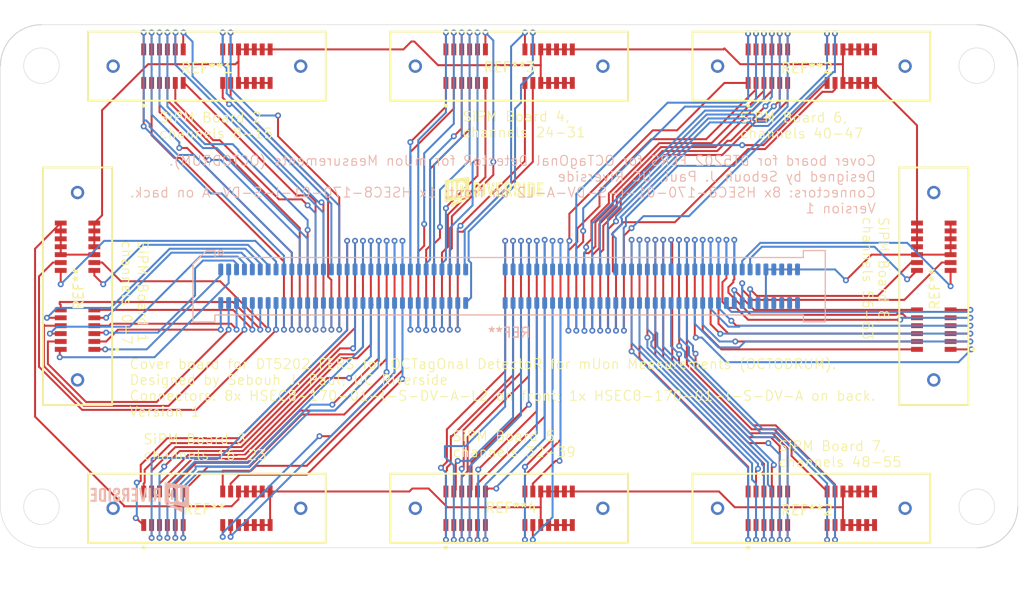
<source format=kicad_pcb>
(kicad_pcb (version 20240108) (generator "pcbnew") (generator_version "8.0")
  (layers (0 "F.Cu" signal) (31 "B.Cu" signal) (34 "B.Paste" user) (35 "F.Paste" user) (36 "B.SilkS" user "B.Silkscreen") (37 "F.SilkS" user "F.Silkscreen") (38 "B.Mask" user) (39 "F.Mask" user) (44 "Edge.Cuts" user))
  (net 0 "")
  (net 1 "A0")
  (net 2 "K0")
  (net 3 "A2")
  (net 4 "K2")
  (net 5 "A1")
  (net 6 "K1")
  (net 7 "K3")
  (net 8 "A3")
  (net 9 "A5")
  (net 10 "K5")
  (net 11 "A4")
  (net 12 "K4")
  (net 13 "A7")
  (net 14 "K7")
  (net 15 "A6")
  (net 16 "K6")
  (net 17 "A8")
  (net 18 "A9")
  (net 19 "A10")
  (net 20 "A11")
  (net 21 "K12")
  (net 22 "K11")
  (net 23 "K10")
  (net 24 "K9")
  (net 25 "K8")
  (net 26 "A12")
  (net 27 "A13")
  (net 28 "K13")
  (net 29 "K15")
  (net 30 "A15")
  (net 31 "A17")
  (net 32 "K17")
  (net 33 "A19")
  (net 34 "K19")
  (net 35 "A21")
  (net 36 "K21")
  (net 37 "A23")
  (net 38 "K23")
  (net 39 "A25")
  (net 40 "K25")
  (net 41 "A27")
  (net 42 "K27")
  (net 43 "A29")
  (net 44 "K29")
  (net 45 "A31")
  (net 46 "K31")
  (net 47 "A14")
  (net 48 "K14")
  (net 49 "A16")
  (net 50 "K16")
  (net 51 "A18")
  (net 52 "K18")
  (net 53 "A20")
  (net 54 "K20")
  (net 55 "A22")
  (net 56 "K22")
  (net 57 "A24")
  (net 58 "K24")
  (net 59 "A26")
  (net 60 "K26")
  (net 61 "A28")
  (net 62 "K28")
  (net 63 "A30")
  (net 64 "K30")
  (net 65 "GND")
  (net 66 "K32")
  (net 67 "K33")
  (net 68 "K34")
  (net 69 "K35")
  (net 70 "K36")
  (net 71 "K37")
  (net 72 "A32")
  (net 73 "A33")
  (net 74 "A34")
  (net 75 "A35")
  (net 76 "A36")
  (net 77 "A37")
  (net 78 "A38")
  (net 79 "K38")
  (net 80 "A39")
  (net 81 "K39")
  (net 82 "A41")
  (net 83 "A43")
  (net 84 "K41")
  (net 85 "A45")
  (net 86 "K43")
  (net 87 "K45")
  (net 88 "A47")
  (net 89 "K47")
  (net 90 "A49")
  (net 91 "K49")
  (net 92 "A40")
  (net 93 "K40")
  (net 94 "A42")
  (net 95 "K42")
  (net 96 "A44")
  (net 97 "K44")
  (net 98 "A46")
  (net 99 "K46")
  (net 100 "A48")
  (net 101 "K48")
  (net 102 "K50")
  (net 103 "K52")
  (net 104 "A51")
  (net 105 "A52")
  (net 106 "A53")
  (net 107 "A54")
  (net 108 "A55")
  (net 109 "A56")
  (net 110 "K51")
  (net 111 "K53")
  (net 112 "K54")
  (net 113 "K55")
  (net 114 "K56")
  (net 115 "A50")
  (net 116 "K58")
  (net 117 "K57")
  (net 118 "K59")
  (net 119 "K60")
  (net 120 "K61")
  (net 121 "K62")
  (net 122 "A62")
  (net 123 "A61")
  (net 124 "A60")
  (net 125 "A59")
  (net 126 "A58")
  (net 127 "A57")
  (net 128 "A63")
  (net 129 "K63")
  (footprint "Connector_Samtec_HSEC8:SAMTEC_HSEC8-113-01-X-DV-A-L2" (layer "F.Cu") (at 100 122.5)
    (property "Reference" "REF**4")
    (property "Value" "SAMTEC_HSEC8-113-01-X-DV-A-L2")
  )
  (footprint "Connector_Samtec_HSEC8:SAMTEC_HSEC8-113-01-X-DV-A-L2" (layer "F.Cu") (at 69.4 122.5)
    (property "Reference" "REF**")
    (property "Value" "SAMTEC_HSEC8-113-01-X-DV-A-L2")
  )
  (footprint "Connector_Samtec_HSEC8:SAMTEC_HSEC8-113-01-X-DV-A-L2" (layer "F.Cu") (at 130.6 122.5)
    (property "Reference" "REF**2")
    (property "Value" "SAMTEC_HSEC8-113-01-X-DV-A-L2")
  )
  (footprint "Connector_Samtec_HSEC8:SAMTEC_HSEC8-113-01-X-DV-A-L2" (layer "F.Cu") (at 130.6 77.7)
    (property "Reference" "REF**2")
    (property "Value" "SAMTEC_HSEC8-113-01-X-DV-A-L2")
  )
  (footprint "Connector_Samtec_HSEC8:SAMTEC_HSEC8-113-01-X-DV-A-L2" (layer "F.Cu") (at 143 100 90)
    (property "Reference" "REF**")
    (property "Value" "SAMTEC_HSEC8-113-01-X-DV-A-L2")
  )
  (footprint "Connector_Samtec_HSEC8:SAMTEC_HSEC8-113-01-X-DV-A-L2" (layer "F.Cu") (at 69.4 77.7)
    (property "Reference" "REF**1")
    (property "Value" "SAMTEC_HSEC8-113-01-X-DV-A-L2")
  )
  (footprint "Logos:UCR_Logo_1cm" (layer "F.Cu") (at 98.6 90)
    (property "Reference" "G***" (hide yes))
    (property "Value" "LOGO" (hide yes))
  )
  (footprint "Connector_Samtec_HSEC8:SAMTEC_HSEC8-113-01-X-DV-A-L2" (layer "F.Cu") (at 100 77.7)
    (property "Reference" "REF**3")
    (property "Value" "SAMTEC_HSEC8-113-01-X-DV-A-L2")
  )
  (footprint "Connector_Samtec_HSEC8:SAMTEC_HSEC8-113-01-X-DV-A-L2" (layer "F.Cu") (at 56.3 100 90)
    (property "Reference" "REF**")
    (property "Value" "SAMTEC_HSEC8-113-01-X-DV-A-L2")
  )
  (footprint "Connector_Samtec_HSEC8:Samtec_HSEC8-170-01-X-DV-A_2x70_P0.8mm_Pol32_Socket_AlignmentPins" (layer "B.Cu") (at 100 100)
    (property "Reference" "REF**")
    (property "Value" "Samtec_HSEC8-170-01-X-DV-A_2x70_P0.8mm_Pol32_Socket_AlignmentPins")
  )
  (footprint "Logos:UCR_Logo_1cm" (layer "B.Cu") (at 62.472735 120.954958 180)
    (property "Reference" "G***" (hide yes))
    (property "Value" "LOGO" (hide yes))
  )
  (gr_arc (start 147.35 73.5) (mid 150.284493 74.715507) (end 151.5 77.65) (stroke (width 0.1)) (layer "Edge.Cuts"))
  (gr_line (start 151.5 77.65) (end 151.5 122.35) (stroke (width 0.05)) (layer "Edge.Cuts"))
  (gr_arc (start 48.5 77.65) (mid 49.715507 74.715507) (end 52.65 73.5) (stroke (width 0.1)) (layer "Edge.Cuts"))
  (gr_line (start 52.65 126.5) (end 147.35 126.5) (stroke (width 0.05)) (layer "Edge.Cuts"))
  (gr_line (start 52.65 73.5) (end 147.35 73.5) (stroke (width 0.05)) (layer "Edge.Cuts"))
  (gr_line (start 48.5 77.65) (end 48.5 122.35) (stroke (width 0.05)) (layer "Edge.Cuts"))
  (gr_circle (center 52.65 122.35) (end 54.45 122.35) (stroke (width 0.05)) (fill none) (layer "Edge.Cuts"))
  (gr_circle (center 147.35 122.35) (end 149.15 122.35) (stroke (width 0.05)) (fill none) (layer "Edge.Cuts"))
  (gr_circle (center 147.35 77.65) (end 149.15 77.65) (stroke (width 0.05)) (fill none) (layer "Edge.Cuts"))
  (gr_arc (start 52.65 126.5) (mid 49.715507 125.284493) (end 48.5 122.35) (stroke (width 0.05)) (layer "Edge.Cuts"))
  (gr_arc (start 151.5 122.35) (mid 150.284493 125.284493) (end 147.35 126.5) (stroke (width 0.1)) (layer "Edge.Cuts"))
  (gr_circle (center 52.65 77.65) (end 54.45 77.65) (stroke (width 0.05)) (fill none) (layer "Edge.Cuts"))
  (gr_text "Cover board for DT5202 FERS for OCTagOnal DetectoR for mUon Measurements (OCTODRUM).  \nDesigned by Sebouh J. Paul, UC Riverside\nConnectors: 8x HSEC8-170-01-l-S-DV-A-L2 on front; 1x HSEC8-170-01-l-S-DV-A on back. \nVersion 1 " (at 137.2 92.7 0) (layer "B.SilkS") (effects (font (size 1 1) (thickness 0.1)) (justify left bottom mirror)))
  (gr_text "SiPM Board 4,\nchannels 24-31" (at 95.2 85 0) (layer "F.SilkS") (effects (font (size 1 1) (thickness 0.1)) (justify left bottom)))
  (gr_text "SiPM Board 1 \nchannels 0-7" (at 60.7 95.3 -90) (layer "F.SilkS") (effects (font (size 1 1) (thickness 0.1)) (justify left bottom)))
  (gr_text "Cover board for DT5202 FERS for OCTagOnal DetectoR for mUon Measurements (OCTODRUM).  \nDesigned by Sebouh J. Paul, UC Riverside\nConnectors: 8x HSEC8-170-01-l-S-DV-A-L2 on front; 1x HSEC8-170-01-l-S-DV-A on back. \nVersion 1 " (at 61.5 113.3 0) (layer "F.SilkS") (effects (font (size 1 1) (thickness 0.1)) (justify left bottom)))
  (gr_text "SiPM Board 2 \nchannels 8-15" (at 64.5 85.1 0) (layer "F.SilkS") (effects (font (size 1 1) (thickness 0.1)) (justify left bottom)))
  (gr_text "SiPM Board 3\nchannels 16-23" (at 62.9 117.7 0) (layer "F.SilkS") (effects (font (size 1 1) (thickness 0.1)) (justify left bottom)))
  (gr_text "SiPM Board 5, \nchannels 32-39" (at 94.2 117.4 0) (layer "F.SilkS") (effects (font (size 1 1) (thickness 0.1)) (justify left bottom)))
  (gr_text "SiPM Board 6, \nchannels 40-47" (at 123.3 85.1 0) (layer "F.SilkS") (effects (font (size 1 1) (thickness 0.1)) (justify left bottom)))
  (gr_text "SiPM Board 7, \nchannels 48-55" (at 127.2 118.4 0) (layer "F.SilkS") (effects (font (size 1 1) (thickness 0.1)) (justify left bottom)))
  (gr_text "SiPM Board 8, \nchannels 56-63" (at 135.7 92.9 270) (layer "F.SilkS") (effects (font (size 1 1) (thickness 0.1)) (justify left bottom)))
  (segment (start 58 106.4) (end 59.1 106.4) (width 0.2) (layer "F.Cu") (net 1))
  (via (at 59.1 106.4) (size 0.6) (drill 0.3) (layers "F.Cu" "B.Cu") (net 1))
  (segment (start 70.8 98.3) (end 70.8 98.899999) (width 0.2) (layer "B.Cu") (net 1))
  (segment (start 63.299999 106.4) (end 59.1 106.4) (width 0.2) (layer "B.Cu") (net 1))
  (segment (start 70.8 98.899999) (end 63.299999 106.4) (width 0.2) (layer "B.Cu") (net 1))
  (segment (start 54.5 107.2) (end 54.5 106.5) (width 0.2) (layer "F.Cu") (net 2))
  (segment (start 54.5 106.5) (end 54.6 106.4) (width 0.2) (layer "F.Cu") (net 2))
  (via (at 54.5 107.2) (size 0.6) (drill 0.3) (layers "F.Cu" "B.Cu") (net 2))
  (segment (start 71.6 99.695494) (end 64.095494 107.2) (width 0.2) (layer "B.Cu") (net 2))
  (segment (start 64.095494 107.2) (end 54.5 107.2) (width 0.2) (layer "B.Cu") (net 2))
  (segment (start 71.6 98.3) (end 71.6 99.695494) (width 0.2) (layer "B.Cu") (net 2))
  (segment (start 58.1 104.7) (end 58 104.8) (width 0.2) (layer "F.Cu") (net 3))
  (segment (start 59.2 104.7) (end 58.1 104.7) (width 0.2) (layer "F.Cu") (net 3))
  (via (at 59.2 104.7) (size 0.6) (drill 0.3) (layers "F.Cu" "B.Cu") (net 3))
  (segment (start 72.099999 97.4) (end 69.007 97.4) (width 0.2) (layer "B.Cu") (net 3))
  (segment (start 68.2 98.207) (end 68.2 100.934313) (width 0.2) (layer "B.Cu") (net 3))
  (segment (start 72.4 98.3) (end 72.4 97.700001) (width 0.2) (layer "B.Cu") (net 3))
  (segment (start 64.434313 104.7) (end 59.2 104.7) (width 0.2) (layer "B.Cu") (net 3))
  (segment (start 72.4 97.700001) (end 72.099999 97.4) (width 0.2) (layer "B.Cu") (net 3))
  (segment (start 69.007 97.4) (end 68.2 98.207) (width 0.2) (layer "B.Cu") (net 3))
  (segment (start 68.2 100.934313) (end 64.434313 104.7) (width 0.2) (layer "B.Cu") (net 3))
  (segment (start 53.5 104.8) (end 54.6 104.8) (width 0.2) (layer "F.Cu") (net 4))
  (via (at 53.5 104.8) (size 0.6) (drill 0.3) (layers "F.Cu" "B.Cu") (net 4))
  (segment (start 68.7 97) (end 61.6 104.1) (width 0.2) (layer "B.Cu") (net 4))
  (segment (start 53.4 104.9) (end 53.5 104.8) (width 0.2) (layer "B.Cu") (net 4))
  (segment (start 54.2 104.1) (end 53.5 104.8) (width 0.2) (layer "B.Cu") (net 4))
  (segment (start 72.499999 97) (end 68.7 97) (width 0.2) (layer "B.Cu") (net 4))
  (segment (start 73.2 98.3) (end 73.2 97.700001) (width 0.2) (layer "B.Cu") (net 4))
  (segment (start 61.6 104.1) (end 54.2 104.1) (width 0.2) (layer "B.Cu") (net 4))
  (segment (start 73.2 97.700001) (end 72.499999 97) (width 0.2) (layer "B.Cu") (net 4))
  (segment (start 70.8 104.4) (end 60.4 104.4) (width 0.2) (layer "F.Cu") (net 5))
  (segment (start 60.4 104.4) (end 59.2 105.6) (width 0.2) (layer "F.Cu") (net 5))
  (segment (start 59.2 105.6) (end 58 105.6) (width 0.2) (layer "F.Cu") (net 5))
  (via (at 70.8 104.4) (size 0.6) (drill 0.3) (layers "F.Cu" "B.Cu") (net 5))
  (segment (start 70.8 104.4) (end 70.8 101.7) (width 0.2) (layer "B.Cu") (net 5))
  (segment (start 71.6 104.448529) (end 64.318529 111.73) (width 0.2) (layer "F.Cu") (net 6))
  (segment (start 64.318529 111.73) (end 57.157555 111.73) (width 0.2) (layer "F.Cu") (net 6))
  (segment (start 53.3 107.872445) (end 53.3 105.6) (width 0.2) (layer "F.Cu") (net 6))
  (segment (start 57.157555 111.73) (end 53.3 107.872445) (width 0.2) (layer "F.Cu") (net 6))
  (segment (start 71.6 104.4) (end 71.6 104.448529) (width 0.2) (layer "F.Cu") (net 6))
  (segment (start 53.3 105.6) (end 54.6 105.6) (width 0.2) (layer "F.Cu") (net 6))
  (via (at 71.6 104.4) (size 0.6) (drill 0.3) (layers "F.Cu" "B.Cu") (net 6))
  (segment (start 71.6 104.4) (end 71.6 101.7) (width 0.2) (layer "B.Cu") (net 6))
  (segment (start 56.93 112.13) (end 52.9 108.1) (width 0.2) (layer "F.Cu") (net 7))
  (segment (start 52.9 103.9) (end 53 104) (width 0.2) (layer "F.Cu") (net 7))
  (segment (start 52.9 108.1) (end 52.9 103.9) (width 0.2) (layer "F.Cu") (net 7))
  (segment (start 73.2 104.448529) (end 65.518529 112.13) (width 0.2) (layer "F.Cu") (net 7))
  (segment (start 73.2 104.4) (end 73.2 104.448529) (width 0.2) (layer "F.Cu") (net 7))
  (segment (start 65.518529 112.13) (end 56.93 112.13) (width 0.2) (layer "F.Cu") (net 7))
  (segment (start 53 104) (end 54.6 104) (width 0.2) (layer "F.Cu") (net 7))
  (via (at 73.2 104.4) (size 0.6) (drill 0.3) (layers "F.Cu" "B.Cu") (net 7))
  (segment (start 73.2 101.7) (end 73.2 104.4) (width 0.2) (layer "B.Cu") (net 7))
  (segment (start 59.5 104) (end 58 104) (width 0.2) (layer "F.Cu") (net 8))
  (segment (start 72.4 104.4) (end 72.4 104.351471) (width 0.2) (layer "F.Cu") (net 8))
  (segment (start 71.848529 103.8) (end 59.7 103.8) (width 0.2) (layer "F.Cu") (net 8))
  (segment (start 59.7 103.8) (end 59.5 104) (width 0.2) (layer "F.Cu") (net 8))
  (segment (start 72.4 104.351471) (end 71.848529 103.8) (width 0.2) (layer "F.Cu") (net 8))
  (via (at 72.4 104.4) (size 0.6) (drill 0.3) (layers "F.Cu" "B.Cu") (net 8))
  (segment (start 72.4 101.7) (end 72.4 104.4) (width 0.2) (layer "B.Cu") (net 8))
  (segment (start 72.048529 102.4) (end 58 102.4) (width 0.2) (layer "F.Cu") (net 9))
  (segment (start 74 104.4) (end 74 104.351471) (width 0.2) (layer "F.Cu") (net 9))
  (segment (start 74 104.351471) (end 72.048529 102.4) (width 0.2) (layer "F.Cu") (net 9))
  (via (at 74 104.4) (size 0.6) (drill 0.3) (layers "F.Cu" "B.Cu") (net 9))
  (segment (start 74 101.7) (end 74 104.4) (width 0.2) (layer "B.Cu") (net 9))
  (segment (start 74.8 104.351471) (end 72.048529 101.6) (width 0.2) (layer "F.Cu") (net 10))
  (segment (start 54.5 101.6) (end 54.5 101.8) (width 0.2) (layer "F.Cu") (net 10))
  (segment (start 54.5 101.8) (end 54.6 101.9) (width 0.2) (layer "F.Cu") (net 10))
  (segment (start 74.8 104.4) (end 74.8 104.351471) (width 0.2) (layer "F.Cu") (net 10))
  (segment (start 72.048529 101.6) (end 54.5 101.6) (width 0.2) (layer "F.Cu") (net 10))
  (segment (start 54.6 101.9) (end 54.6 102.4) (width 0.2) (layer "F.Cu") (net 10))
  (via (at 74.8 104.4) (size 0.6) (drill 0.3) (layers "F.Cu" "B.Cu") (net 10))
  (segment (start 74.8 101.7) (end 74.8 104.4) (width 0.2) (layer "B.Cu") (net 10))
  (segment (start 59.2 103.2) (end 58 103.2) (width 0.2) (layer "F.Cu") (net 11))
  (via (at 59.2 103.2) (size 0.6) (drill 0.3) (layers "F.Cu" "B.Cu") (net 11))
  (segment (start 65.8 96.6) (end 59.2 103.2) (width 0.2) (layer "B.Cu") (net 11))
  (segment (start 72.899999 96.6) (end 65.8 96.6) (width 0.2) (layer "B.Cu") (net 11))
  (segment (start 74 98.3) (end 74 97.700001) (width 0.2) (layer "B.Cu") (net 11))
  (segment (start 74 97.700001) (end 72.899999 96.6) (width 0.2) (layer "B.Cu") (net 11))
  (segment (start 54.6 103.2) (end 53.2 103.2) (width 0.2) (layer "F.Cu") (net 12))
  (via (at 53.2 103.2) (size 0.6) (drill 0.3) (layers "F.Cu" "B.Cu") (net 12))
  (segment (start 74.8 97.700001) (end 74.8 98.3) (width 0.2) (layer "B.Cu") (net 12))
  (segment (start 59.634314 102.2) (end 65.634314 96.2) (width 0.2) (layer "B.Cu") (net 12))
  (segment (start 54.2 102.2) (end 59.634314 102.2) (width 0.2) (layer "B.Cu") (net 12))
  (segment (start 53.2 103.2) (end 54.2 102.2) (width 0.2) (layer "B.Cu") (net 12))
  (segment (start 65.634314 96.2) (end 73.299999 96.2) (width 0.2) (layer "B.Cu") (net 12))
  (segment (start 73.299999 96.2) (end 74.8 97.700001) (width 0.2) (layer "B.Cu") (net 12))
  (segment (start 58.8 97.6) (end 58 97.6) (width 0.2) (layer "F.Cu") (net 13))
  (segment (start 75.6 104.351471) (end 70.748529 99.5) (width 0.2) (layer "F.Cu") (net 13))
  (segment (start 60.7 99.5) (end 58.8 97.6) (width 0.2) (layer "F.Cu") (net 13))
  (segment (start 75.6 104.4) (end 75.6 104.351471) (width 0.2) (layer "F.Cu") (net 13))
  (segment (start 70.748529 99.5) (end 60.7 99.5) (width 0.2) (layer "F.Cu") (net 13))
  (via (at 75.6 104.4) (size 0.6) (drill 0.3) (layers "F.Cu" "B.Cu") (net 13))
  (segment (start 75.6 101.7) (end 75.6 104.4) (width 0.2) (layer "B.Cu") (net 13))
  (segment (start 53.8 97.6) (end 54.6 97.6) (width 0.2) (layer "F.Cu") (net 14))
  (segment (start 52.4 108.165686) (end 52.4 99) (width 0.2) (layer "F.Cu") (net 14))
  (segment (start 68.318529 112.53) (end 56.764314 112.53) (width 0.2) (layer "F.Cu") (net 14))
  (segment (start 52.4 99) (end 53.8 97.6) (width 0.2) (layer "F.Cu") (net 14))
  (segment (start 76.4 104.448529) (end 68.318529 112.53) (width 0.2) (layer "F.Cu") (net 14))
  (segment (start 56.764314 112.53) (end 52.4 108.165686) (width 0.2) (layer "F.Cu") (net 14))
  (segment (start 76.4 104.4) (end 76.4 104.448529) (width 0.2) (layer "F.Cu") (net 14))
  (via (at 76.4 104.4) (size 0.6) (drill 0.3) (layers "F.Cu" "B.Cu") (net 14))
  (segment (start 76.4 101.7) (end 76.4 104.4) (width 0.2) (layer "B.Cu") (net 14))
  (segment (start 58 98.9) (end 58.9 99.8) (width 0.2) (layer "F.Cu") (net 15))
  (segment (start 58 98.4) (end 58 98.9) (width 0.2) (layer "F.Cu") (net 15))
  (via (at 58.9 99.8) (size 0.6) (drill 0.3) (layers "F.Cu" "B.Cu") (net 15))
  (segment (start 62.9 95.8) (end 73.55 95.8) (width 0.2) (layer "B.Cu") (net 15))
  (segment (start 73.55 95.8) (end 75.6 97.85) (width 0.2) (layer "B.Cu") (net 15))
  (segment (start 58.9 99.8) (end 62.9 95.8) (width 0.2) (layer "B.Cu") (net 15))
  (segment (start 75.6 97.85) (end 75.6 98.3) (width 0.2) (layer "B.Cu") (net 15))
  (segment (start 54.6 98.4) (end 54.6 99.8) (width 0.2) (layer "F.Cu") (net 16))
  (via (at 54.6 99.8) (size 0.6) (drill 0.3) (layers "F.Cu" "B.Cu") (net 16))
  (segment (start 59 95.4) (end 74.3 95.4) (width 0.2) (layer "B.Cu") (net 16))
  (segment (start 74.3 95.4) (end 76.4 97.5) (width 0.2) (layer "B.Cu") (net 16))
  (segment (start 54.6 99.8) (end 59 95.4) (width 0.2) (layer "B.Cu") (net 16))
  (segment (start 76.4 97.5) (end 76.4 98.3) (width 0.2) (layer "B.Cu") (net 16))
  (segment (start 63 79.4) (end 63 83.8) (width 0.2) (layer "F.Cu") (net 17))
  (via (at 63 83.8) (size 0.6) (drill 0.3) (layers "F.Cu" "B.Cu") (net 17))
  (segment (start 70.9 90.6) (end 77.2 96.9) (width 0.2) (layer "B.Cu") (net 17))
  (segment (start 63 83.8) (end 69.8 90.6) (width 0.2) (layer "B.Cu") (net 17))
  (segment (start 77.2 96.9) (end 77.2 98.3) (width 0.2) (layer "B.Cu") (net 17))
  (segment (start 69.8 90.6) (end 70.9 90.6) (width 0.2) (layer "B.Cu") (net 17))
  (segment (start 63.8 79.4) (end 63.8 84.7) (width 0.2) (layer "F.Cu") (net 18))
  (segment (start 77.2 97.5) (end 77.2 104.4) (width 0.2) (layer "F.Cu") (net 18))
  (segment (start 66.1 87) (end 66.7 87) (width 0.2) (layer "F.Cu") (net 18))
  (segment (start 66.7 87) (end 77.2 97.5) (width 0.2) (layer "F.Cu") (net 18))
  (segment (start 63.8 84.7) (end 66.1 87) (width 0.2) (layer "F.Cu") (net 18))
  (via (at 77.2 104.4) (size 0.6) (drill 0.3) (layers "F.Cu" "B.Cu") (net 18))
  (segment (start 77.2 101.7) (end 77.2 104.4) (width 0.2) (layer "B.Cu") (net 18))
  (segment (start 64.6 79.4) (end 64.6 82.351471) (width 0.2) (layer "F.Cu") (net 19))
  (segment (start 69.448529 87.2) (end 69.6 87.2) (width 0.2) (layer "F.Cu") (net 19))
  (segment (start 64.6 82.351471) (end 69.448529 87.2) (width 0.2) (layer "F.Cu") (net 19))
  (via (at 69.6 87.2) (size 0.6) (drill 0.3) (layers "F.Cu" "B.Cu") (net 19))
  (segment (start 70.8 87.2) (end 78.8 95.2) (width 0.2) (layer "B.Cu") (net 19))
  (segment (start 78.8 95.2) (end 78.8 98.3) (width 0.2) (layer "B.Cu") (net 19))
  (segment (start 69.6 87.2) (end 70.8 87.2) (width 0.2) (layer "B.Cu") (net 19))
  (segment (start 72.017157 87.315686) (end 72.017157 87.182843) (width 0.2) (layer "F.Cu") (net 20))
  (segment (start 65.4 81.165686) (end 65.4 79.4) (width 0.2) (layer "F.Cu") (net 20))
  (segment (start 71.417157 87.182843) (end 65.4 81.165686) (width 0.2) (layer "F.Cu") (net 20))
  (segment (start 72.017157 87.182843) (end 71.417157 87.182843) (width 0.2) (layer "F.Cu") (net 20))
  (segment (start 78.8 94.098529) (end 72.017157 87.315686) (width 0.2) (layer "F.Cu") (net 20))
  (segment (start 78.8 104.4) (end 78.8 94.098529) (width 0.2) (layer "F.Cu") (net 20))
  (via (at 78.8 104.4) (size 0.6) (drill 0.3) (layers "F.Cu" "B.Cu") (net 20))
  (segment (start 78.8 101.7) (end 78.8 104.4) (width 0.2) (layer "B.Cu") (net 20))
  (segment (start 66.2 74.325401) (end 66.225401 74.3) (width 0.2) (layer "F.Cu") (net 21))
  (segment (start 66.2 76) (end 66.2 74.325401) (width 0.2) (layer "F.Cu") (net 21))
  (via (at 66.225401 74.3) (size 0.6) (drill 0.3) (layers "F.Cu" "B.Cu") (net 21))
  (segment (start 81.2 92.551471) (end 81.2 98.3) (width 0.2) (layer "B.Cu") (net 21))
  (segment (start 66.2 77.551471) (end 81.2 92.551471) (width 0.2) (layer "B.Cu") (net 21))
  (segment (start 66.225401 74.3) (end 66.2 74.325401) (width 0.2) (layer "B.Cu") (net 21))
  (segment (start 66.2 74.325401) (end 66.2 77.551471) (width 0.2) (layer "B.Cu") (net 21))
  (segment (start 65.4 76) (end 65.5 76.1) (width 0.2) (layer "F.Cu") (net 22))
  (segment (start 79.6 104.4) (end 79.6 94.3) (width 0.2) (layer "F.Cu") (net 22))
  (segment (start 65.4 74.3) (end 65.4 76) (width 0.2) (layer "F.Cu") (net 22))
  (segment (start 79.6 94.3) (end 79.6 94.6) (width 0.2) (layer "F.Cu") (net 22))
  (via (at 79.6 94.3) (size 0.6) (drill 0.3) (layers "F.Cu" "B.Cu") (net 22))
  (via (at 65.4 74.3) (size 0.6) (drill 0.3) (layers "F.Cu" "B.Cu") (net 22))
  (via (at 79.6 104.4) (size 0.6) (drill 0.3) (layers "F.Cu" "B.Cu") (net 22))
  (segment (start 65.4 81.8) (end 69.2 85.6) (width 0.2) (layer "B.Cu") (net 22))
  (segment (start 72 85.6) (end 72.6 86.2) (width 0.2) (layer "B.Cu") (net 22))
  (segment (start 69.2 85.6) (end 72 85.6) (width 0.2) (layer "B.Cu") (net 22))
  (segment (start 72.6 86.3) (end 79.6 93.3) (width 0.2) (layer "B.Cu") (net 22))
  (segment (start 79.6 93.3) (end 79.6 94.3) (width 0.2) (layer "B.Cu") (net 22))
  (segment (start 79.6 101.7) (end 79.6 104.4) (width 0.2) (layer "B.Cu") (net 22))
  (segment (start 65.4 74.3) (end 65.4 81.8) (width 0.2) (layer "B.Cu") (net 22))
  (segment (start 72.6 86.2) (end 72.6 86.3) (width 0.2) (layer "B.Cu") (net 22))
  (segment (start 64.6 74.3) (end 64.6 76) (width 0.2) (layer "F.Cu") (net 23))
  (via (at 64.6 74.3) (size 0.6) (drill 0.3) (layers "F.Cu" "B.Cu") (net 23))
  (segment (start 70.4 86) (end 79.6 95.2) (width 0.2) (layer "B.Cu") (net 23))
  (segment (start 79.737 98.163) (end 79.6 98.3) (width 0.2) (layer "B.Cu") (net 23))
  (segment (start 64.6 81.6) (end 69 86) (width 0.2) (layer "B.Cu") (net 23))
  (segment (start 64.6 74.3) (end 64.6 81.6) (width 0.2) (layer "B.Cu") (net 23))
  (segment (start 69 86) (end 70.4 86) (width 0.2) (layer "B.Cu") (net 23))
  (segment (start 79.6 95.2) (end 79.6 98.3) (width 0.2) (layer "B.Cu") (net 23))
  (segment (start 66.607108 85.992892) (end 67.392892 85.992892) (width 0.2) (layer "F.Cu") (net 24))
  (segment (start 63.8 74.3) (end 63.8 76) (width 0.2) (layer "F.Cu") (net 24))
  (segment (start 67.392892 85.992892) (end 78 96.6) (width 0.2) (layer "F.Cu") (net 24))
  (segment (start 78 96.6) (end 78 104.4) (width 0.2) (layer "F.Cu") (net 24))
  (via (at 66.607108 85.992892) (size 0.6) (drill 0.3) (layers "F.Cu" "B.Cu") (net 24))
  (via (at 78 104.4) (size 0.6) (drill 0.3) (layers "F.Cu" "B.Cu") (net 24))
  (via (at 63.8 74.3) (size 0.6) (drill 0.3) (layers "F.Cu" "B.Cu") (net 24))
  (segment (start 63.8 82.6) (end 63.8 74.3) (width 0.2) (layer "B.Cu") (net 24))
  (segment (start 66.607108 85.992892) (end 66.607108 85.407108) (width 0.2) (layer "B.Cu") (net 24))
  (segment (start 78 101.7) (end 78 104.4) (width 0.2) (layer "B.Cu") (net 24))
  (segment (start 66.607108 85.407108) (end 63.8 82.6) (width 0.2) (layer "B.Cu") (net 24))
  (segment (start 63 74.3) (end 63 76) (width 0.2) (layer "F.Cu") (net 25))
  (via (at 63 74.3) (size 0.6) (drill 0.3) (layers "F.Cu" "B.Cu") (net 25))
  (segment (start 66.465686 86.7) (end 68.1 86.7) (width 0.2) (layer "B.Cu") (net 25))
  (segment (start 63.248529 83.2) (end 63.6 83.551471) (width 0.2) (layer "B.Cu") (net 25))
  (segment (start 63.6 83.834314) (end 66.465686 86.7) (width 0.2) (layer "B.Cu") (net 25))
  (segment (start 63 74.3) (end 63 83.2) (width 0.2) (layer "B.Cu") (net 25))
  (segment (start 78 96.6) (end 78 98.3) (width 0.2) (layer "B.Cu") (net 25))
  (segment (start 63.6 83.551471) (end 63.6 83.834314) (width 0.2) (layer "B.Cu") (net 25))
  (segment (start 63 83.2) (end 63.248529 83.2) (width 0.2) (layer "B.Cu") (net 25))
  (segment (start 68.1 86.7) (end 78 96.6) (width 0.2) (layer "B.Cu") (net 25))
  (segment (start 79.6 91.8) (end 79 91.2) (width 0.2) (layer "F.Cu") (net 26))
  (segment (start 70.034314 85.2) (end 66.2 81.365686) (width 0.2) (layer "F.Cu") (net 26))
  (segment (start 70.7 85.2) (end 70.034314 85.2) (width 0.2) (layer "F.Cu") (net 26))
  (segment (start 76.7 91.2) (end 70.7 85.2) (width 0.2) (layer "F.Cu") (net 26))
  (segment (start 79 91.2) (end 76.7 91.2) (width 0.2) (layer "F.Cu") (net 26))
  (segment (start 66.2 81.365686) (end 66.2 79.4) (width 0.2) (layer "F.Cu") (net 26))
  (via (at 79.6 91.8) (size 0.6) (drill 0.3) (layers "F.Cu" "B.Cu") (net 26))
  (segment (start 80.4 98.3) (end 80.4 92.6) (width 0.2) (layer "B.Cu") (net 26))
  (segment (start 80.4 92.6) (end 79.6 91.8) (width 0.2) (layer "B.Cu") (net 26))
  (segment (start 67.1 79.4) (end 78.5 90.8) (width 0.2) (layer "F.Cu") (net 27))
  (segment (start 80.4 91.4) (end 80.4 104.4) (width 0.2) (layer "F.Cu") (net 27))
  (segment (start 79.8 90.8) (end 80.4 91.4) (width 0.2) (layer "F.Cu") (net 27))
  (segment (start 78.5 90.8) (end 79.8 90.8) (width 0.2) (layer "F.Cu") (net 27))
  (segment (start 67 79.4) (end 67.1 79.4) (width 0.2) (layer "F.Cu") (net 27))
  (via (at 80.4 104.4) (size 0.6) (drill 0.3) (layers "F.Cu" "B.Cu") (net 27))
  (segment (start 80.4 101.7) (end 80.4 104.4) (width 0.2) (layer "B.Cu") (net 27))
  (segment (start 67 74.325404) (end 67.025404 74.3) (width 0.2) (layer "F.Cu") (net 28))
  (segment (start 67 76) (end 67 74.325404) (width 0.2) (layer "F.Cu") (net 28))
  (segment (start 81.2 91.7) (end 81.2 104.4) (width 0.2) (layer "F.Cu") (net 28))
  (segment (start 81 91.5) (end 81.2 91.7) (width 0.2) (layer "F.Cu") (net 28))
  (via (at 81.2 104.4) (size 0.6) (drill 0.3) (layers "F.Cu" "B.Cu") (net 28))
  (via (at 67.025404 74.3) (size 0.6) (drill 0.3) (layers "F.Cu" "B.Cu") (net 28))
  (via (at 81 91.5) (size 0.6) (drill 0.3) (layers "F.Cu" "B.Cu") (net 28))
  (segment (start 67.025404 74.3) (end 67.95 75.224596) (width 0.2) (layer "B.Cu") (net 28))
  (segment (start 81.2 104.4) (end 81.2 101.7) (width 0.2) (layer "B.Cu") (net 28))
  (segment (start 67.95 78.735785) (end 80.714215 91.5) (width 0.2) (layer "B.Cu") (net 28))
  (segment (start 80.714215 91.5) (end 81 91.5) (width 0.2) (layer "B.Cu") (net 28))
  (segment (start 67.95 75.224596) (end 67.95 78.735785) (width 0.2) (layer "B.Cu") (net 28))
  (segment (start 71.8 76) (end 71.8 74.3) (width 0.2) (layer "F.Cu") (net 29))
  (segment (start 82.8 91) (end 82.8 104.4) (width 0.2) (layer "F.Cu") (net 29))
  (segment (start 76.6 82.7) (end 76.6 84.8) (width 0.2) (layer "F.Cu") (net 29))
  (segment (start 76.6 84.8) (end 82.8 91) (width 0.2) (layer "F.Cu") (net 29))
  (via (at 71.8 74.3) (size 0.6) (drill 0.3) (layers "F.Cu" "B.Cu") (net 29))
  (via (at 76.6 82.7) (size 0.6) (drill 0.3) (layers "F.Cu" "B.Cu") (net 29))
  (via (at 82.8 104.4) (size 0.6) (drill 0.3) (layers "F.Cu" "B.Cu") (net 29))
  (segment (start 74.5 82.7) (end 71.8 80) (width 0.2) (layer "B.Cu") (net 29))
  (segment (start 82.8 104.4) (end 82.8 101.7) (width 0.2) (layer "B.Cu") (net 29))
  (segment (start 76.6 82.7) (end 74.5 82.7) (width 0.2) (layer "B.Cu") (net 29))
  (segment (start 71.8 80) (end 71.8 74.3) (width 0.2) (layer "B.Cu") (net 29))
  (segment (start 71.8 80.84853) (end 71.8 79.4) (width 0.2) (layer "F.Cu") (net 30))
  (segment (start 81.667157 90.715687) (end 71.8 80.84853) (width 0.2) (layer "F.Cu") (net 30))
  (segment (start 82 104.4) (end 82 99.365686) (width 0.2) (layer "F.Cu") (net 30))
  (segment (start 81.667157 99.032843) (end 81.667157 90.715687) (width 0.2) (layer "F.Cu") (net 30))
  (segment (start 82 99.365686) (end 81.667157 99.032843) (width 0.2) (layer "F.Cu") (net 30))
  (via (at 82 104.4) (size 0.6) (drill 0.3) (layers "F.Cu" "B.Cu") (net 30))
  (segment (start 82 101.7) (end 82 104.4) (width 0.2) (layer "B.Cu") (net 30))
  (segment (start 63.8 124.2) (end 63.8 125.5) (width 0.2) (layer "F.Cu") (net 31))
  (via (at 63.8 125.5) (size 0.6) (drill 0.3) (layers "F.Cu" "B.Cu") (net 31))
  (segment (start 63.9 117.4) (end 70.648529 117.4) (width 0.2) (layer "B.Cu") (net 31))
  (segment (start 70.648529 117.4) (end 83.6 104.448529) (width 0.2) (layer "B.Cu") (net 31))
  (segment (start 63.8 125.5) (end 63.8 117.5) (width 0.2) (layer "B.Cu") (net 31))
  (segment (start 63.8 117.5) (end 63.9 117.4) (width 0.2) (layer "B.Cu") (net 31))
  (segment (start 83.6 104.448529) (end 83.6 101.7) (width 0.2) (layer "B.Cu") (net 31))
  (segment (start 72.879901 116.3) (end 82.879901 106.3) (width 0.2) (layer "F.Cu") (net 32))
  (segment (start 63.8 120.8) (end 63.8 118.7) (width 0.2) (layer "F.Cu") (net 32))
  (segment (start 63.8 118.7) (end 66.2 116.3) (width 0.2) (layer "F.Cu") (net 32))
  (segment (start 66.2 116.3) (end 72.879901 116.3) (width 0.2) (layer "F.Cu") (net 32))
  (segment (start 82.879901 106.3) (end 84.2 106.3) (width 0.2) (layer "F.Cu") (net 32))
  (via (at 84.2 106.3) (size 0.6) (drill 0.3) (layers "F.Cu" "B.Cu") (net 32))
  (segment (start 84.4 101.7) (end 84.4 106.1) (width 0.2) (layer "B.Cu") (net 32))
  (segment (start 84.4 106.1) (end 84.2 106.3) (width 0.2) (layer "B.Cu") (net 32))
  (segment (start 65.4 125.5) (end 65.4 124.2) (width 0.2) (layer "F.Cu") (net 33))
  (via (at 65.4 125.5) (size 0.6) (drill 0.3) (layers "F.Cu" "B.Cu") (net 33))
  (segment (start 85.2 106.148529) (end 73.548529 117.8) (width 0.2) (layer "B.Cu") (net 33))
  (segment (start 85.2 101.7) (end 85.2 106.148529) (width 0.2) (layer "B.Cu") (net 33))
  (segment (start 68.148529 117.8) (end 65.4 120.548529) (width 0.2) (layer "B.Cu") (net 33))
  (segment (start 73.548529 117.8) (end 68.148529 117.8) (width 0.2) (layer "B.Cu") (net 33))
  (segment (start 65.4 120.548529) (end 65.4 125.5) (width 0.2) (layer "B.Cu") (net 33))
  (segment (start 65.4 120) (end 67.9 117.5) (width 0.2) (layer "F.Cu") (net 34))
  (segment (start 81.576959 109.3) (end 83.8 109.3) (width 0.2) (layer "F.Cu") (net 34))
  (segment (start 67.9 117.5) (end 73.376959 117.5) (width 0.2) (layer "F.Cu") (net 34))
  (segment (start 73.376959 117.5) (end 81.576959 109.3) (width 0.2) (layer "F.Cu") (net 34))
  (segment (start 65.4 120.8) (end 65.4 120) (width 0.2) (layer "F.Cu") (net 34))
  (via (at 83.8 109.3) (size 0.6) (drill 0.3) (layers "F.Cu" "B.Cu") (net 34))
  (segment (start 83.8 109.3) (end 86 107.1) (width 0.2) (layer "B.Cu") (net 34))
  (segment (start 86 101.7) (end 86.2 101.9) (width 0.2) (layer "B.Cu") (net 34))
  (segment (start 86 107.1) (end 86 101.7) (width 0.2) (layer "B.Cu") (net 34))
  (segment (start 67 124.2) (end 67 125.5) (width 0.2) (layer "F.Cu") (net 35))
  (via (at 67 125.5) (size 0.6) (drill 0.3) (layers "F.Cu" "B.Cu") (net 35))
  (segment (start 82.34853 112.6) (end 79.879901 112.6) (width 0.2) (layer "B.Cu") (net 35))
  (segment (start 67.432843 119.932843) (end 67 120.365686) (width 0.2) (layer "B.Cu") (net 35))
  (segment (start 86.8 101.7) (end 86.8 108.148529) (width 0.2) (layer "B.Cu") (net 35))
  (segment (start 86.8 108.148529) (end 82.424265 112.524265) (width 0.2) (layer "B.Cu") (net 35))
  (segment (start 82.424265 112.524265) (end 82.34853 112.6) (width 0.2) (layer "B.Cu") (net 35))
  (segment (start 68.582842 118.782843) (end 68.422792 118.942893) (width 0.2) (layer "B.Cu") (net 35))
  (segment (start 67 120.365686) (end 67 125.5) (width 0.2) (layer "B.Cu") (net 35))
  (segment (start 73.697058 118.782843) (end 68.582842 118.782843) (width 0.2) (layer "B.Cu") (net 35))
  (segment (start 68.422792 118.942893) (end 67.432843 119.932843) (width 0.2) (layer "B.Cu") (net 35))
  (segment (start 79.879901 112.6) (end 73.697058 118.782843) (width 0.2) (layer "B.Cu") (net 35))
  (segment (start 83.3 113) (end 87.6 108.7) (width 0.2) (layer "F.Cu") (net 36))
  (segment (start 67 120.8) (end 69.5 118.3) (width 0.2) (layer "F.Cu") (net 36))
  (segment (start 69.5 118.3) (end 73.708331 118.3) (width 0.2) (layer "F.Cu") (net 36))
  (segment (start 79.008331 113) (end 83.3 113) (width 0.2) (layer "F.Cu") (net 36))
  (segment (start 73.708331 118.3) (end 79.008331 113) (width 0.2) (layer "F.Cu") (net 36))
  (via (at 87.6 108.7) (size 0.6) (drill 0.3) (layers "F.Cu" "B.Cu") (net 36))
  (segment (start 87.6 108.7) (end 87.6 101.7) (width 0.2) (layer "B.Cu") (net 36))
  (segment (start 71.8 125.4) (end 71.8 124.2) (width 0.2) (layer "F.Cu") (net 37))
  (via (at 71.8 125.4) (size 0.6) (drill 0.3) (layers "F.Cu" "B.Cu") (net 37))
  (segment (start 88.4 106) (end 88.4 108.748529) (width 0.2) (layer "B.Cu") (net 37))
  (segment (start 88.4 108.748529) (end 71.8 125.348529) (width 0.2) (layer "B.Cu") (net 37))
  (segment (start 71.8 125.348529) (end 71.8 125.4) (width 0.2) (layer "B.Cu") (net 37))
  (segment (start 88.4 106) (end 88.4 101.7) (width 0.2) (layer "B.Cu") (net 37))
  (segment (start 72.7 119.1) (end 79.5 119.1) (width 0.2) (layer "F.Cu") (net 38))
  (segment (start 71.8 120.8) (end 71.8 120) (width 0.2) (layer "F.Cu") (net 38))
  (segment (start 71.8 120) (end 72.7 119.1) (width 0.2) (layer "F.Cu") (net 38))
  (segment (start 79.5 119.1) (end 89.2 109.4) (width 0.2) (layer "F.Cu") (net 38))
  (via (at 89.2 109.4) (size 0.6) (drill 0.3) (layers "F.Cu" "B.Cu") (net 38))
  (segment (start 89.2 109.4) (end 89.2 101.7) (width 0.2) (layer "B.Cu") (net 38))
  (segment (start 94.4 82) (end 94.4 79.4) (width 0.2) (layer "F.Cu") (net 39))
  (segment (start 90 86.4) (end 94.4 82) (width 0.2) (layer "F.Cu") (net 39))
  (segment (start 90 104.4) (end 90 86.4) (width 0.2) (layer "F.Cu") (net 39))
  (via (at 90 104.4) (size 0.6) (drill 0.3) (layers "F.Cu" "B.Cu") (net 39))
  (segment (start 90 101.7) (end 90 104.4) (width 0.2) (layer "B.Cu") (net 39))
  (segment (start 91.4 95.9) (end 90.8 96.5) (width 0.2) (layer "F.Cu") (net 40))
  (segment (start 90.8 96.5) (end 90.8 104.4) (width 0.2) (layer "F.Cu") (net 40))
  (segment (start 91.4 93.7) (end 91.4 95.9) (width 0.2) (layer "F.Cu") (net 40))
  (segment (start 94.4 74.3) (end 94.4 76) (width 0.2) (layer "F.Cu") (net 40))
  (via (at 90.8 104.4) (size 0.6) (drill 0.3) (layers "F.Cu" "B.Cu") (net 40))
  (via (at 91.4 93.7) (size 0.6) (drill 0.3) (layers "F.Cu" "B.Cu") (net 40))
  (via (at 94.4 74.3) (size 0.6) (drill 0.3) (layers "F.Cu" "B.Cu") (net 40))
  (segment (start 94.4 74.3) (end 94.4 83.534314) (width 0.2) (layer "B.Cu") (net 40))
  (segment (start 94.4 83.534314) (end 91.4 86.534314) (width 0.2) (layer "B.Cu") (net 40))
  (segment (start 91.4 86.534314) (end 91.4 93.7) (width 0.2) (layer "B.Cu") (net 40))
  (segment (start 90.8 104.4) (end 90.8 101.7) (width 0.2) (layer "B.Cu") (net 40))
  (segment (start 92 88.1) (end 96 84.1) (width 0.2) (layer "F.Cu") (net 41))
  (segment (start 96 84.1) (end 96 79.4) (width 0.2) (layer "F.Cu") (net 41))
  (segment (start 91.6 96.3) (end 92 95.9) (width 0.2) (layer "F.Cu") (net 41))
  (segment (start 92 95.9) (end 92 88.1) (width 0.2) (layer "F.Cu") (net 41))
  (segment (start 91.6 104.448529) (end 91.6 96.3) (width 0.2) (layer "F.Cu") (net 41))
  (via (at 91.6 104.448529) (size 0.6) (drill 0.3) (layers "F.Cu" "B.Cu") (net 41))
  (segment (start 91.6 101.7) (end 91.6 104.448529) (width 0.2) (layer "B.Cu") (net 41))
  (segment (start 92.4 95.7) (end 92.4 104.4) (width 0.2) (layer "F.Cu") (net 42))
  (segment (start 96 74.3) (end 96 76) (width 0.2) (layer "F.Cu") (net 42))
  (segment (start 93 95.1) (end 92.4 95.7) (width 0.2) (layer "F.Cu") (net 42))
  (segment (start 93 94) (end 93 95.1) (width 0.2) (layer "F.Cu") (net 42))
  (via (at 92.4 104.4) (size 0.6) (drill 0.3) (layers "F.Cu" "B.Cu") (net 42))
  (via (at 93 94) (size 0.6) (drill 0.3) (layers "F.Cu" "B.Cu") (net 42))
  (via (at 96 74.3) (size 0.6) (drill 0.3) (layers "F.Cu" "B.Cu") (net 42))
  (segment (start 96 74.3) (end 96 87.234314) (width 0.2) (layer "B.Cu") (net 42))
  (segment (start 93 90.234314) (end 93 94) (width 0.2) (layer "B.Cu") (net 42))
  (segment (start 96 87.234314) (end 93 90.234314) (width 0.2) (layer "B.Cu") (net 42))
  (segment (start 92.4 104.4) (end 92.4 101.7) (width 0.2) (layer "B.Cu") (net 42))
  (segment (start 93.8 96) (end 93.2 96.6) (width 0.2) (layer "F.Cu") (net 43))
  (segment (start 93.8 92.748529) (end 93.8 96) (width 0.2) (layer "F.Cu") (net 43))
  (segment (start 97.6 79.4) (end 97.6 88.948529) (width 0.2) (layer "F.Cu") (net 43))
  (segment (start 97.6 88.948529) (end 93.8 92.748529) (width 0.2) (layer "F.Cu") (net 43))
  (segment (start 93.2 96.6) (end 93.2 104.4) (width 0.2) (layer "F.Cu") (net 43))
  (via (at 93.2 104.4) (size 0.6) (drill 0.3) (layers "F.Cu" "B.Cu") (net 43))
  (segment (start 93.2 104.4) (end 93.2 101.7) (width 0.2) (layer "B.Cu") (net 43))
  (segment (start 94.2 92.914215) (end 98.4 88.714215) (width 0.2) (layer "F.Cu") (net 44))
  (segment (start 94.2 96.165686) (end 94.2 92.914215) (width 0.2) (layer "F.Cu") (net 44))
  (segment (start 97.6 74.3) (end 97.6 76) (width 0.2) (layer "F.Cu") (net 44))
  (segment (start 98.4 88.714215) (end 98.4 87.4) (width 0.2) (layer "F.Cu") (net 44))
  (segment (start 94 104.4) (end 94 96.365686) (width 0.2) (layer "F.Cu") (net 44))
  (segment (start 94 96.365686) (end 94.2 96.165686) (width 0.2) (layer "F.Cu") (net 44))
  (via (at 97.6 74.3) (size 0.6) (drill 0.3) (layers "F.Cu" "B.Cu") (net 44))
  (via (at 94 104.4) (size 0.6) (drill 0.3) (layers "F.Cu" "B.Cu") (net 44))
  (via (at 98.4 87.4) (size 0.6) (drill 0.3) (layers "F.Cu" "B.Cu") (net 44))
  (segment (start 98.4 87.4) (end 98.4 75.1) (width 0.2) (layer "B.Cu") (net 44))
  (segment (start 94 101.7) (end 94 104.4) (width 0.2) (layer "B.Cu") (net 44))
  (segment (start 98.4 75.1) (end 97.6 74.3) (width 0.2) (layer "B.Cu") (net 44))
  (segment (start 94.8 104.4) (end 94.8 94.448529) (width 0.2) (layer "F.Cu") (net 45))
  (segment (start 94.8 94.448529) (end 94.825736 94.474265) (width 0.2) (layer "F.Cu") (net 45))
  (segment (start 95.322794 94.474265) (end 102.4 87.397059) (width 0.2) (layer "F.Cu") (net 45))
  (segment (start 102.4 87.397059) (end 102.4 79.4) (width 0.2) (layer "F.Cu") (net 45))
  (segment (start 94.825736 94.474265) (end 95.322794 94.474265) (width 0.2) (layer "F.Cu") (net 45))
  (via (at 94.8 104.4) (size 0.6) (drill 0.3) (layers "F.Cu" "B.Cu") (net 45))
  (segment (start 94.8 101.7) (end 94.8 104.4) (width 0.2) (layer "B.Cu") (net 45))
  (segment (start 102.4 76) (end 102.4 74.3) (width 0.2) (layer "F.Cu") (net 46))
  (via (at 102.4 74.3) (size 0.6) (drill 0.3) (layers "F.Cu" "B.Cu") (net 46))
  (segment (start 95.9 97.395494) (end 96.15 97.645494) (width 0.2) (layer "B.Cu") (net 46))
  (segment (start 96.15 97.645494) (end 96.15 101.15) (width 0.2) (layer "B.Cu") (net 46))
  (segment (start 100.6 82) (end 100.6 89.762745) (width 0.2) (layer "B.Cu") (net 46))
  (segment (start 95.9 94.462745) (end 95.9 97.395494) (width 0.2) (layer "B.Cu") (net 46))
  (segment (start 101.2 79.6) (end 101.2 81.4) (width 0.2) (layer "B.Cu") (net 46))
  (segment (start 101.2 81.4) (end 100.6 82) (width 0.2) (layer "B.Cu") (net 46))
  (segment (start 102.4 78.4) (end 101.2 79.6) (width 0.2) (layer "B.Cu") (net 46))
  (segment (start 96.15 101.15) (end 95.6 101.7) (width 0.2) (layer "B.Cu") (net 46))
  (segment (start 102.4 74.3) (end 102.4 78.4) (width 0.2) (layer "B.Cu") (net 46))
  (segment (start 100.6 89.762745) (end 95.9 94.462745) (width 0.2) (layer "B.Cu") (net 46))
  (segment (start 95.6 101.7) (end 95.55 101.7) (width 0.2) (layer "B.Cu") (net 46))
  (segment (start 71.65147 81.548529) (end 71 80.897059) (width 0.2) (layer "F.Cu") (net 47))
  (segment (start 71 80.897059) (end 71 79.4) (width 0.2) (layer "F.Cu") (net 47))
  (via (at 71.65147 81.548529) (size 0.6) (drill 0.3) (layers "F.Cu" "B.Cu") (net 47))
  (segment (start 82 91.651471) (end 82 98.3) (width 0.2) (layer "B.Cu") (net 47))
  (segment (start 71.897058 81.548529) (end 82 91.651471) (width 0.2) (layer "B.Cu") (net 47))
  (segment (start 71.65147 81.548529) (end 71.897058 81.548529) (width 0.2) (layer "B.Cu") (net 47))
  (segment (start 71 76) (end 71 74.3) (width 0.2) (layer "F.Cu") (net 48))
  (via (at 71 74.3) (size 0.6) (drill 0.3) (layers "F.Cu" "B.Cu") (net 48))
  (segment (start 71.4 77.9) (end 71.4 80.448529) (width 0.2) (layer "B.Cu") (net 48))
  (segment (start 71 74.3) (end 71 77.5) (width 0.2) (layer "B.Cu") (net 48))
  (segment (start 82.8 95.4) (end 82.8 98.3) (width 0.2) (layer "B.Cu") (net 48))
  (segment (start 71.4 80.448529) (end 82.8 91.848529) (width 0.2) (layer "B.Cu") (net 48))
  (segment (start 82.8 91.848529) (end 82.8 95.4) (width 0.2) (layer "B.Cu") (net 48))
  (segment (start 71 77.5) (end 71.4 77.9) (width 0.2) (layer "B.Cu") (net 48))
  (segment (start 62.7 118.1) (end 65.4 115.4) (width 0.2) (layer "F.Cu") (net 49))
  (segment (start 63 124.2) (end 62.2 123.5) (width 0.2) (layer "F.Cu") (net 49))
  (segment (start 65.4 115.4) (end 72.648529 115.4) (width 0.2) (layer "F.Cu") (net 49))
  (segment (start 83.6 104.448529) (end 83.6 95.4) (width 0.2) (layer "F.Cu") (net 49))
  (segment (start 62.7 119.734314) (end 62.7 118.1) (width 0.2) (layer "F.Cu") (net 49))
  (segment (start 62.2 123.5) (end 62.45 123.65) (width 0.2) (layer "F.Cu") (net 49))
  (segment (start 72.648529 115.4) (end 83.6 104.448529) (width 0.2) (layer "F.Cu") (net 49))
  (segment (start 62.3 119.9) (end 62.7 119.734314) (width 0.2) (layer "F.Cu") (net 49))
  (segment (start 62.45 119.984314) (end 62.3 119.9) (width 0.2) (layer "F.Cu") (net 49))
  (via (at 83.6 95.4) (size 0.6) (drill 0.3) (layers "F.Cu" "B.Cu") (net 49))
  (via (at 62.2 123.5) (size 0.6) (drill 0.3) (layers "F.Cu" "B.Cu") (net 49))
  (via (at 62.3 119.9) (size 0.6) (drill 0.3) (layers "F.Cu" "B.Cu") (net 49))
  (segment (start 83.6 95.4) (end 83.6 98.3) (width 0.2) (layer "B.Cu") (net 49))
  (segment (start 62.3 123.4) (end 62.2 123.5) (width 0.2) (layer "B.Cu") (net 49))
  (segment (start 62.3 119.9) (end 62.3 123.4) (width 0.2) (layer "B.Cu") (net 49))
  (segment (start 63.1 118.6) (end 65.8 115.9) (width 0.2) (layer "F.Cu") (net 50))
  (segment (start 65.8 115.9) (end 72.714215 115.9) (width 0.2) (layer "F.Cu") (net 50))
  (segment (start 63 120.8) (end 63 120) (width 0.2) (layer "F.Cu") (net 50))
  (segment (start 63.1 119.9) (end 63.1 118.6) (width 0.2) (layer "F.Cu") (net 50))
  (segment (start 63 120) (end 63.1 119.9) (width 0.2) (layer "F.Cu") (net 50))
  (segment (start 72.714215 115.9) (end 84.4 104.214215) (width 0.2) (layer "F.Cu") (net 50))
  (segment (start 84.4 104.214215) (end 84.4 95.4) (width 0.2) (layer "F.Cu") (net 50))
  (via (at 84.4 95.4) (size 0.6) (drill 0.3) (layers "F.Cu" "B.Cu") (net 50))
  (segment (start 84.4 95.4) (end 84.4 98.3) (width 0.2) (layer "B.Cu") (net 50))
  (segment (start 64.6 125.5) (end 64.6 124.2) (width 0.2) (layer "F.Cu") (net 51))
  (segment (start 73.045587 116.7) (end 82.845587 106.9) (width 0.2) (layer "F.Cu") (net 51))
  (segment (start 82.845587 106.9) (end 84.448529 106.9) (width 0.2) (layer "F.Cu") (net 51))
  (segment (start 66.64853 116.7) (end 73.045587 116.7) (width 0.2) (layer "F.Cu") (net 51))
  (segment (start 84.448529 106.9) (end 85.2 106.148529) (width 0.2) (layer "F.Cu") (net 51))
  (segment (start 65.074265 118.274265) (end 66.64853 116.7) (width 0.2) (layer "F.Cu") (net 51))
  (segment (start 85.2 106.148529) (end 85.2 95.4) (width 0.2) (layer "F.Cu") (net 51))
  (via (at 85.2 95.4) (size 0.6) (drill 0.3) (layers "F.Cu" "B.Cu") (net 51))
  (via (at 64.6 125.5) (size 0.6) (drill 0.3) (layers "F.Cu" "B.Cu") (net 51))
  (via (at 65.074265 118.274265) (size 0.6) (drill 0.3) (layers "F.Cu" "B.Cu") (net 51))
  (segment (start 64.6 118.9) (end 64.6 125.5) (width 0.2) (layer "B.Cu") (net 51))
  (segment (start 65.074265 118.425735) (end 64.6 118.9) (width 0.2) (layer "B.Cu") (net 51))
  (segment (start 85.2 95.4) (end 85.2 98.3) (width 0.2) (layer "B.Cu") (net 51))
  (segment (start 65.074265 118.274265) (end 65.074265 118.425735) (width 0.2) (layer "B.Cu") (net 51))
  (segment (start 73.211273 117.1) (end 67.5 117.1) (width 0.2) (layer "F.Cu") (net 52))
  (segment (start 64.6 120) (end 64.6 120.8) (width 0.2) (layer "F.Cu") (net 52))
  (segment (start 84.614215 107.3) (end 83.011273 107.3) (width 0.2) (layer "F.Cu") (net 52))
  (segment (start 83.011273 107.3) (end 73.211273 117.1) (width 0.2) (layer "F.Cu") (net 52))
  (segment (start 67.5 117.1) (end 64.6 120) (width 0.2) (layer "F.Cu") (net 52))
  (segment (start 86 95.4) (end 86 105.914215) (width 0.2) (layer "F.Cu") (net 52))
  (segment (start 86 105.914215) (end 84.614215 107.3) (width 0.2) (layer "F.Cu") (net 52))
  (via (at 86 95.4) (size 0.6) (drill 0.3) (layers "F.Cu" "B.Cu") (net 52))
  (segment (start 86 95.4) (end 86 98.3) (width 0.2) (layer "B.Cu") (net 52))
  (segment (start 86.574264 107.525736) (end 82.1 112) (width 0.2) (layer "F.Cu") (net 53))
  (segment (start 86.8 95.4) (end 86.8 107.3) (width 0.2) (layer "F.Cu") (net 53))
  (segment (start 86.8 107.3) (end 86.574264 107.525736) (width 0.2) (layer "F.Cu") (net 53))
  (segment (start 66.2 125.5) (end 66.2 124.2) (width 0.2) (layer "F.Cu") (net 53))
  (via (at 82.1 112) (size 0.6) (drill 0.3) (layers "F.Cu" "B.Cu") (net 53))
  (via (at 86.8 95.4) (size 0.6) (drill 0.3) (layers "F.Cu" "B.Cu") (net 53))
  (via (at 66.2 125.5) (size 0.6) (drill 0.3) (layers "F.Cu" "B.Cu") (net 53))
  (segment (start 86.8 95.4) (end 86.8 98.3) (width 0.2) (layer "B.Cu") (net 53))
  (segment (start 68.257107 118.257108) (end 68.257107 118.542893) (width 0.2) (layer "B.Cu") (net 53))
  (segment (start 79.914215 112) (end 73.657107 118.257108) (width 0.2) (layer "B.Cu") (net 53))
  (segment (start 82.1 112) (end 79.914215 112) (width 0.2) (layer "B.Cu") (net 53))
  (segment (start 66.2 120.6) (end 66.2 125.5) (width 0.2) (layer "B.Cu") (net 53))
  (segment (start 68.257107 118.542893) (end 66.2 120.6) (width 0.2) (layer "B.Cu") (net 53))
  (segment (start 73.657107 118.257108) (end 68.257107 118.257108) (width 0.2) (layer "B.Cu") (net 53))
  (segment (start 82.348529 112.6) (end 87.6 107.348529) (width 0.2) (layer "F.Cu") (net 54))
  (segment (start 87.6 107.348529) (end 87.6 95.4) (width 0.2) (layer "F.Cu") (net 54))
  (segment (start 66.2 120) (end 68.3 117.9) (width 0.2) (layer "F.Cu") (net 54))
  (segment (start 66.2 120.8) (end 66.2 120) (width 0.2) (layer "F.Cu") (net 54))
  (segment (start 73.542645 117.9) (end 78.842645 112.6) (width 0.2) (layer "F.Cu") (net 54))
  (segment (start 68.3 117.9) (end 73.542645 117.9) (width 0.2) (layer "F.Cu") (net 54))
  (segment (start 78.842645 112.6) (end 82.348529 112.6) (width 0.2) (layer "F.Cu") (net 54))
  (via (at 87.6 95.4) (size 0.6) (drill 0.3) (layers "F.Cu" "B.Cu") (net 54))
  (segment (start 87.6 95.4) (end 87.6 98.3) (width 0.2) (layer "B.Cu") (net 54))
  (segment (start 88.4 108.748529) (end 88.4 95.4) (width 0.2) (layer "F.Cu") (net 55))
  (segment (start 71 124.2) (end 71 125.4) (width 0.2) (layer "F.Cu") (net 55))
  (segment (start 81.948529 115.2) (end 88.4 108.748529) (width 0.2) (layer "F.Cu") (net 55))
  (segment (start 80.8 115.2) (end 81.948529 115.2) (width 0.2) (layer "F.Cu") (net 55))
  (via (at 88.4 95.4) (size 0.6) (drill 0.3) (layers "F.Cu" "B.Cu") (net 55))
  (via (at 80.8 115.2) (size 0.6) (drill 0.3) (layers "F.Cu" "B.Cu") (net 55))
  (via (at 71 125.4) (size 0.6) (drill 0.3) (layers "F.Cu" "B.Cu") (net 55))
  (segment (start 88.4 95.4) (end 88.4 98.3) (width 0.2) (layer "B.Cu") (net 55))
  (segment (start 71 125) (end 80.8 115.2) (width 0.2) (layer "B.Cu") (net 55))
  (segment (start 71 125.4) (end 71 125) (width 0.2) (layer "B.Cu") (net 55))
  (segment (start 71 120.8) (end 71 118.7) (width 0.2) (layer "F.Cu") (net 56))
  (segment (start 89.2 108.514215) (end 89.2 95.4) (width 0.2) (layer "F.Cu") (net 56))
  (segment (start 79.514215 118.2) (end 89.2 108.514215) (width 0.2) (layer "F.Cu") (net 56))
  (segment (start 71 118.7) (end 73.874017 118.7) (width 0.2) (layer "F.Cu") (net 56))
  (segment (start 74.374017 118.2) (end 79.514215 118.2) (width 0.2) (layer "F.Cu") (net 56))
  (segment (start 73.874017 118.7) (end 74.374017 118.2) (width 0.2) (layer "F.Cu") (net 56))
  (via (at 89.2 95.4) (size 0.6) (drill 0.3) (layers "F.Cu" "B.Cu") (net 56))
  (segment (start 89.2 95.4) (end 89.2 98.3) (width 0.2) (layer "B.Cu") (net 56))
  (segment (start 93.6 79.4) (end 93.6 81.8) (width 0.2) (layer "F.Cu") (net 57))
  (segment (start 93.6 81.8) (end 90 85.4) (width 0.2) (layer "F.Cu") (net 57))
  (via (at 90 85.4) (size 0.6) (drill 0.3) (layers "F.Cu" "B.Cu") (net 57))
  (segment (start 90 85.4) (end 90 98.3) (width 0.2) (layer "B.Cu") (net 57))
  (segment (start 93.6 74.3) (end 93.6 76) (width 0.2) (layer "F.Cu") (net 58))
  (via (at 93.6 74.3) (size 0.6) (drill 0.3) (layers "F.Cu" "B.Cu") (net 58))
  (segment (start 90.8 85.2) (end 90.8 98.3) (width 0.2) (layer "B.Cu") (net 58))
  (segment (start 93.6 82.4) (end 90.8 85.2) (width 0.2) (layer "B.Cu") (net 58))
  (segment (start 93.6 74.3) (end 93.6 82.4) (width 0.2) (layer "B.Cu") (net 58))
  (segment (start 94.4 84.8) (end 95.2 84) (width 0.2) (layer "F.Cu") (net 59))
  (segment (start 95.2 84) (end 95.2 79.4) (width 0.2) (layer "F.Cu") (net 59))
  (via (at 94.4 84.8) (size 0.6) (drill 0.3) (layers "F.Cu" "B.Cu") (net 59))
  (segment (start 92 97.300001) (end 92 87.2) (width 0.2) (layer "B.Cu") (net 59))
  (segment (start 91.6 98.3) (end 91.6 97.700001) (width 0.2) (layer "B.Cu") (net 59))
  (segment (start 91.6 97.700001) (end 92 97.300001) (width 0.2) (layer "B.Cu") (net 59))
  (segment (start 92 87.2) (end 94.4 84.8) (width 0.2) (layer "B.Cu") (net 59))
  (segment (start 95.2 76) (end 95.2 74.3) (width 0.2) (layer "F.Cu") (net 60))
  (via (at 95.2 74.3) (size 0.6) (drill 0.3) (layers "F.Cu" "B.Cu") (net 60))
  (segment (start 92.4 87.7) (end 95.2 84.9) (width 0.2) (layer "B.Cu") (net 60))
  (segment (start 92.4 98.3) (end 92.4 87.7) (width 0.2) (layer "B.Cu") (net 60))
  (segment (start 95.2 84.9) (end 95.2 74.3) (width 0.2) (layer "B.Cu") (net 60))
  (segment (start 96.8 88.8) (end 93.6 92) (width 0.2) (layer "F.Cu") (net 61))
  (segment (start 93.6 92) (end 93.6 92.1) (width 0.2) (layer "F.Cu") (net 61))
  (segment (start 96.8 79.4) (end 96.8 88.8) (width 0.2) (layer "F.Cu") (net 61))
  (segment (start 93.6 92.1) (end 93.5 92.1) (width 0.2) (layer "F.Cu") (net 61))
  (segment (start 93.5 92.1) (end 93.5 92.1) (width 0.2) (layer "F.Cu") (net 61))
  (via (at 93.6 92.1) (size 0.6) (drill 0.3) (layers "F.Cu" "B.Cu") (net 61))
  (segment (start 93.2 97.700001) (end 93.2 98.3) (width 0.2) (layer "B.Cu") (net 61))
  (segment (start 93.6 92.1) (end 93.6 97.300001) (width 0.2) (layer "B.Cu") (net 61))
  (segment (start 93.6 97.300001) (end 93.2 97.700001) (width 0.2) (layer "B.Cu") (net 61))
  (segment (start 96.8 76) (end 96.8 74.3) (width 0.2) (layer "F.Cu") (net 62))
  (via (at 96.8 74.3) (size 0.6) (drill 0.3) (layers "F.Cu" "B.Cu") (net 62))
  (segment (start 96.8 87) (end 96.3 87.5) (width 0.2) (layer "B.Cu") (net 62))
  (segment (start 96.3 87.5) (end 96.3 91.8) (width 0.2) (layer "B.Cu") (net 62))
  (segment (start 96.3 91.8) (end 94 94.1) (width 0.2) (layer "B.Cu") (net 62))
  (segment (start 96.8 74.3) (end 96.8 87) (width 0.2) (layer "B.Cu") (net 62))
  (segment (start 94 94.1) (end 94 98.3) (width 0.2) (layer "B.Cu") (net 62))
  (segment (start 95.074265 93.825735) (end 101.6 87.3) (width 0.2) (layer "F.Cu") (net 63))
  (segment (start 95.074265 93.874265) (end 95.074265 93.825735) (width 0.2) (layer "F.Cu") (net 63))
  (segment (start 101.6 87.3) (end 101.6 79.4) (width 0.2) (layer "F.Cu") (net 63))
  (via (at 95.074265 93.874265) (size 0.6) (drill 0.3) (layers "F.Cu" "B.Cu") (net 63))
  (segment (start 94.8 94.14853) (end 94.8 98.3) (width 0.2) (layer "B.Cu") (net 63))
  (segment (start 95.074265 93.874265) (end 94.8 94.14853) (width 0.2) (layer "B.Cu") (net 63))
  (segment (start 101.6 76) (end 101.6 74.3) (width 0.2) (layer "F.Cu") (net 64))
  (via (at 101.6 74.3) (size 0.6) (drill 0.3) (layers "F.Cu" "B.Cu") (net 64))
  (segment (start 101.6 74.3) (end 100.2 75.7) (width 0.2) (layer "B.Cu") (net 64))
  (segment (start 95.5 98.2) (end 95.6 98.3) (width 0.2) (layer "B.Cu") (net 64))
  (segment (start 95.5 94.297059) (end 95.5 98.2) (width 0.2) (layer "B.Cu") (net 64))
  (segment (start 100.2 89.597059) (end 95.5 94.297059) (width 0.2) (layer "B.Cu") (net 64))
  (segment (start 100.2 75.7) (end 100.2 89.597059) (width 0.2) (layer "B.Cu") (net 64))
  (segment (start 92.8 77.6) (end 90.4 75.2) (width 0.2) (layer "F.Cu") (net 65))
  (segment (start 54.6 96.8) (end 58 96.8) (width 0.2) (layer "F.Cu") (net 65))
  (segment (start 90.1 75.2) (end 89.3 76) (width 0.2) (layer "F.Cu") (net 65))
  (segment (start 133.8 122.4) (end 122.848 122.4) (width 0.2) (layer "F.Cu") (net 65))
  (segment (start 141.3 83.7) (end 141.3 93.6) (width 0.2) (layer "F.Cu") (net 65))
  (segment (start 54.6 93.6) (end 54.6 96.8) (width 0.2) (layer "F.Cu") (net 65))
  (segment (start 93.75 122.4) (end 91.85 120.5) (width 0.2) (layer "F.Cu") (net 65))
  (segment (start 121.248 120.8) (end 106.4 120.8) (width 0.2) (layer "F.Cu") (net 65))
  (segment (start 106.4 76) (end 103.2 76) (width 0.2) (layer "F.Cu") (net 65))
  (segment (start 122.848 122.4) (end 121.248 120.8) (width 0.2) (layer "F.Cu") (net 65))
  (segment (start 141.3 96.8) (end 141.3 93.6) (width 0.2) (layer "F.Cu") (net 65))
  (segment (start 133.8 76) (end 133.8 77.5) (width 0.2) (layer "F.Cu") (net 65))
  (segment (start 133.8 120.8) (end 137 120.8) (width 0.2) (layer "F.Cu") (net 65))
  (segment (start 133.8 77.5) (end 123.4 77.5) (width 0.2) (layer "F.Cu") (net 65))
  (segment (start 52 96.2) (end 52 113.217555) (width 0.2) (layer "F.Cu") (net 65))
  (segment (start 72.6 76) (end 72.6 77.2) (width 0.2) (layer "F.Cu") (net 65))
  (segment (start 144.7 96.8) (end 144.7 93.6) (width 0.2) (layer "F.Cu") (net 65))
  (segment (start 75.8 120.8) (end 75.8 124.2) (width 0.2) (layer "F.Cu") (net 65))
  (segment (start 72.6 121.6) (end 72.6 120.8) (width 0.2) (layer "F.Cu") (net 65))
  (segment (start 133.683927 76.238927) (end 133.695 76.25) (width 0.2) (layer "F.Cu") (net 65))
  (segment (start 71.9 122.3) (end 72.6 121.6) (width 0.2) (layer "F.Cu") (net 65))
  (segment (start 133.8 79.4) (end 137 79.4) (width 0.2) (layer "F.Cu") (net 65))
  (segment (start 54.6 93.6) (end 52 96.2) (width 0.2) (layer "F.Cu") (net 65))
  (segment (start 121.7 76) (end 106.4 76) (width 0.2) (layer "F.Cu") (net 65))
  (segment (start 91.85 120.5) (end 90.2 120.5) (width 0.2) (layer "F.Cu") (net 65))
  (segment (start 72.6 79.4) (end 75.8 79.4) (width 0.2) (layer "F.Cu") (net 65))
  (segment (start 103.2 77.6) (end 103.2 79.4) (width 0.2) (layer "F.Cu") (net 65))
  (segment (start 89.3 76) (end 75.8 76) (width 0.2) (layer "F.Cu") (net 65))
  (segment (start 72.6 77.2) (end 72.6 79.4) (width 0.2) (layer "F.Cu") (net 65))
  (segment (start 72.3 77.5) (end 72.6 77.2) (width 0.2) (layer "F.Cu") (net 65))
  (segment (start 141.3 96.8) (end 136.7 96.8) (width 0.2) (layer "F.Cu") (net 65))
  (segment (start 58.785 82.165) (end 63.45 77.5) (width 0.2) (layer "F.Cu") (net 65))
  (segment (start 72.6 76) (end 75.8 76) (width 0.2) (layer "F.Cu") (net 65))
  (segment (start 133.8 124.2) (end 137 124.2) (width 0.2) (layer "F.Cu") (net 65))
  (segment (start 61 122.217555) (end 61 122.3) (width 0.2) (layer "F.Cu") (net 65))
  (segment (start 136.107931 76.237069) (end 136.095 76.25) (width 0.2) (layer "F.Cu") (net 65))
  (segment (start 137 76) (end 133.8 76) (width 0.2) (layer "F.Cu") (net 65))
  (segment (start 63.45 77.5) (end 72.3 77.5) (width 0.2) (layer "F.Cu") (net 65))
  (segment (start 58.785 92.815) (end 58.785 82.165) (width 0.2) (layer "F.Cu") (net 65))
  (segment (start 103.2 76) (end 103.2 77.6) (width 0.2) (layer "F.Cu") (net 65))
  (segment (start 123.4 77.5) (end 121.8 75.9) (width 0.2) (layer "F.Cu") (net 65))
  (segment (start 52 113.217555) (end 61 122.217555) (width 0.2) (layer "F.Cu") (net 65))
  (segment (start 133.8 77.5) (end 133.8 79.4) (width 0.2) (layer "F.Cu") (net 65))
  (segment (start 103.2 77.6) (end 92.8 77.6) (width 0.2) (layer "F.Cu") (net 65))
  (segment (start 141.3 96.8) (end 144.7 96.8) (width 0.2) (layer "F.Cu") (net 65))
  (segment (start 103.2 122.4) (end 103.2 120.8) (width 0.2) (layer "F.Cu") (net 65))
  (segment (start 75.8 124.2) (end 72.6 124.2) (width 0.2) (layer "F.Cu") (net 65))
  (segment (start 58 96.8) (end 58 93.6) (width 0.2) (layer "F.Cu") (net 65))
  (segment (start 58 93.6) (end 58.785 92.815) (width 0.2) (layer "F.Cu") (net 65))
  (segment (start 103.2 124.2) (end 103.2 122.4) (width 0.2) (layer "F.Cu") (net 65))
  (segment (start 136.7 96.8) (end 134.1 99.4) (width 0.2) (layer "F.Cu") (net 65))
  (segment (start 137 79.4) (end 141.3 83.7) (width 0.2) (layer "F.Cu") (net 65))
  (segment (start 90.4 75.2) (end 90.1 75.2) (width 0.2) (layer "F.Cu") (net 65))
  (segment (start 103.2 122.4) (end 93.75 122.4) (width 0.2) (layer "F.Cu") (net 65))
  (segment (start 133.8 120.8) (end 133.8 122.4) (width 0.2) (layer "F.Cu") (net 65))
  (segment (start 103.2 79.4) (end 106.4 79.4) (width 0.2) (layer "F.Cu") (net 65))
  (segment (start 103.2 120.8) (end 106.4 120.8) (width 0.2) (layer "F.Cu") (net 65))
  (segment (start 90.2 120.5) (end 89.9 120.8) (width 0.2) (layer "F.Cu") (net 65))
  (segment (start 106.4 124.2) (end 103.2 124.2) (width 0.2) (layer "F.Cu") (net 65))
  (segment (start 135.308038 76.236962) (end 135.295 76.25) (width 0.2) (layer "F.Cu") (net 65))
  (segment (start 61 122.3) (end 71.9 122.3) (width 0.2) (layer "F.Cu") (net 65))
  (segment (start 89.9 120.8) (end 75.8 120.8) (width 0.2) (layer "F.Cu") (net 65))
  (segment (start 133.8 122.4) (end 133.8 124.2) (width 0.2) (layer "F.Cu") (net 65))
  (segment (start 72.6 120.8) (end 75.8 120.8) (width 0.2) (layer "F.Cu") (net 65))
  (segment (start 121.8 75.9) (end 121.7 76) (width 0.2) (layer "F.Cu") (net 65))
  (via (at 134.1 99.4) (size 0.6) (drill 0.3) (layers "F.Cu" "B.Cu") (net 65))
  (segment (start 133 98.3) (end 129.2 98.3) (width 0.2) (layer "B.Cu") (net 65))
  (segment (start 134.1 99.4) (end 133 98.3) (width 0.2) (layer "B.Cu") (net 65))
  (segment (start 126 98.3) (end 126 101.7) (width 0.2) (layer "B.Cu") (net 65))
  (segment (start 129.2 98.3) (end 126 98.3) (width 0.2) (layer "B.Cu") (net 65))
  (segment (start 93.7 118.365686) (end 94.1 117.965686) (width 0.2) (layer "F.Cu") (net 66))
  (segment (start 94.1 117.965686) (end 94.1 115.2) (width 0.2) (layer "F.Cu") (net 66))
  (segment (start 93.7 118.648529) (end 93.7 118.365686) (width 0.2) (layer "F.Cu") (net 66))
  (segment (start 94.1 115.2) (end 94.2 115.2) (width 0.2) (layer "F.Cu") (net 66))
  (segment (start 94.2 115.2) (end 100.400003 108.999997) (width 0.2) (layer "F.Cu") (net 66))
  (segment (start 93.6 118.748529) (end 93.7 118.648529) (width 0.2) (layer "F.Cu") (net 66))
  (segment (start 100.400003 108.999997) (end 100.400003 95.4) (width 0.2) (layer "F.Cu") (net 66))
  (segment (start 93.6 120.8) (end 93.6 118.748529) (width 0.2) (layer "F.Cu") (net 66))
  (via (at 100.400003 95.4) (size 0.6) (drill 0.3) (layers "F.Cu" "B.Cu") (net 66))
  (segment (start 100.4 95.400003) (end 100.4 98.3) (width 0.2) (layer "B.Cu") (net 66))
  (segment (start 100.400003 95.4) (end 100.4 95.400003) (width 0.2) (layer "B.Cu") (net 66))
  (segment (start 94.8 117.702943) (end 94.6 117.902943) (width 0.2) (layer "F.Cu") (net 67))
  (segment (start 94.6 117.902943) (end 94.6 120.6) (width 0.2) (layer "F.Cu") (net 67))
  (segment (start 94.6 120.6) (end 94.4 120.8) (width 0.2) (layer "F.Cu") (net 67))
  (via (at 94.8 117.702943) (size 0.6) (drill 0.3) (layers "F.Cu" "B.Cu") (net 67))
  (segment (start 94.8 117.702943) (end 95.997057 117.702943) (width 0.2) (layer "B.Cu") (net 67))
  (segment (start 95.997057 117.702943) (end 100.4 113.3) (width 0.2) (layer "B.Cu") (net 67))
  (segment (start 100.4 113.3) (end 100.4 101.7) (width 0.2) (layer "B.Cu") (net 67))
  (segment (start 102.000009 95.4) (end 102.000009 109.099991) (width 0.2) (layer "F.Cu") (net 68))
  (segment (start 95.8 115.3) (end 95.8 118.748529) (width 0.2) (layer "F.Cu") (net 68))
  (segment (start 95.8 118.748529) (end 95.2 119.348529) (width 0.2) (layer "F.Cu") (net 68))
  (segment (start 102.000009 109.099991) (end 95.8 115.3) (width 0.2) (layer "F.Cu") (net 68))
  (segment (start 95.2 119.348529) (end 95.2 120.8) (width 0.2) (layer "F.Cu") (net 68))
  (via (at 102.000009 95.4) (size 0.6) (drill 0.3) (layers "F.Cu" "B.Cu") (net 68))
  (segment (start 102 95.400009) (end 102.000009 95.4) (width 0.2) (layer "B.Cu") (net 68))
  (segment (start 102 98.3) (end 102 95.400009) (width 0.2) (layer "B.Cu") (net 68))
  (segment (start 96.2 117.8) (end 102 112) (width 0.2) (layer "F.Cu") (net 69))
  (segment (start 96.2 120.6) (end 96.2 117.8) (width 0.2) (layer "F.Cu") (net 69))
  (segment (start 96 120.8) (end 96.2 120.6) (width 0.2) (layer "F.Cu") (net 69))
  (via (at 102 112) (size 0.6) (drill 0.3) (layers "F.Cu" "B.Cu") (net 69))
  (segment (start 102 112) (end 102 101.7) (width 0.2) (layer "B.Cu") (net 69))
  (segment (start 103.6 95.3) (end 103.6 113.2) (width 0.2) (layer "F.Cu") (net 70))
  (segment (start 103.6 113.2) (end 96.8 120) (width 0.2) (layer "F.Cu") (net 70))
  (segment (start 96.8 120) (end 96.8 120.8) (width 0.2) (layer "F.Cu") (net 70))
  (via (at 103.6 95.3) (size 0.6) (drill 0.3) (layers "F.Cu" "B.Cu") (net 70))
  (segment (start 103.6 98.3) (end 103.6 95.3) (width 0.2) (layer "B.Cu") (net 70))
  (segment (start 97.9 120.5) (end 97.6 120.8) (width 0.2) (layer "F.Cu") (net 71))
  (segment (start 98.7 120.5) (end 97.9 120.5) (width 0.2) (layer "F.Cu") (net 71))
  (via (at 98.7 120.5) (size 0.6) (drill 0.3) (layers "F.Cu" "B.Cu") (net 71))
  (segment (start 98.7 120.351471) (end 98.7 120.5) (width 0.2) (layer "B.Cu") (net 71))
  (segment (start 103.6 115.451471) (end 98.7 120.351471) (width 0.2) (layer "B.Cu") (net 71))
  (segment (start 103.6 101.7) (end 103.6 115.451471) (width 0.2) (layer "B.Cu") (net 71))
  (segment (start 93.7 117.8) (end 93.7 114.5) (width 0.2) (layer "F.Cu") (net 72))
  (segment (start 93.7 114.5) (end 99.6 108.6) (width 0.2) (layer "F.Cu") (net 72))
  (segment (start 99.6 108.6) (end 99.6 95.4) (width 0.2) (layer "F.Cu") (net 72))
  (segment (start 93.1 118.4) (end 93.7 117.8) (width 0.2) (layer "F.Cu") (net 72))
  (segment (start 93.6 125.7) (end 93.6 124.2) (width 0.2) (layer "F.Cu") (net 72))
  (via (at 93.6 125.7) (size 0.6) (drill 0.3) (layers "F.Cu" "B.Cu") (net 72))
  (via (at 99.6 95.4) (size 0.6) (drill 0.3) (layers "F.Cu" "B.Cu") (net 72))
  (via (at 93.1 118.4) (size 0.6) (drill 0.3) (layers "F.Cu" "B.Cu") (net 72))
  (segment (start 99.6 98.3) (end 99.6 95.4) (width 0.2) (layer "B.Cu") (net 72))
  (segment (start 93.1 118.4) (end 93.6 118.9) (width 0.2) (layer "B.Cu") (net 72))
  (segment (start 93.6 118.9) (end 93.6 125.7) (width 0.2) (layer "B.Cu") (net 72))
  (segment (start 94.4 125.7) (end 94.4 124.2) (width 0.2) (layer "F.Cu") (net 73))
  (via (at 94.4 125.7) (size 0.6) (drill 0.3) (layers "F.Cu" "B.Cu") (net 73))
  (segment (start 94.4 125.7) (end 94.4 118.151471) (width 0.2) (layer "B.Cu") (net 73))
  (segment (start 93.5 116.2) (end 95.6 116.2) (width 0.2) (layer "B.Cu") (net 73))
  (segment (start 94.4 118.151471) (end 93.948529 117.7) (width 0.2) (layer "B.Cu") (net 73))
  (segment (start 93.5 117.3) (end 93.5 116.2) (width 0.2) (layer "B.Cu") (net 73))
  (segment (start 95.6 116.2) (end 99.6 112.2) (width 0.2) (layer "B.Cu") (net 73))
  (segment (start 93.948529 117.7) (end 93.9 117.7) (width 0.2) (layer "B.Cu") (net 73))
  (segment (start 99.6 112.2) (end 99.6 101.7) (width 0.2) (layer "B.Cu") (net 73))
  (segment (start 93.9 117.7) (end 93.5 117.3) (width 0.2) (layer "B.Cu") (net 73))
  (segment (start 101.200006 108.76568) (end 95.4 114.565686) (width 0.2) (layer "F.Cu") (net 74))
  (segment (start 95.2 125.7) (end 95.2 124.2) (width 0.2) (layer "F.Cu") (net 74))
  (segment (start 101.200006 95.4) (end 101.200006 108.76568) (width 0.2) (layer "F.Cu") (net 74))
  (segment (start 95.4 118.3) (end 95.2 118.5) (width 0.2) (layer "F.Cu") (net 74))
  (segment (start 95.4 114.565686) (end 95.4 118.3) (width 0.2) (layer "F.Cu") (net 74))
  (via (at 95.2 125.7) (size 0.6) (drill 0.3) (layers "F.Cu" "B.Cu") (net 74))
  (via (at 101.200006 95.4) (size 0.6) (drill 0.3) (layers "F.Cu" "B.Cu") (net 74))
  (via (at 95.2 118.5) (size 0.6) (drill 0.3) (layers "F.Cu" "B.Cu") (net 74))
  (segment (start 101.2 95.400006) (end 101.200006 95.4) (width 0.2) (layer "B.Cu") (net 74))
  (segment (start 95.2 118.5) (end 95.2 125.7) (width 0.2) (layer "B.Cu") (net 74))
  (segment (start 101.2 98.3) (end 101.2 95.400006) (width 0.2) (layer "B.Cu") (net 74))
  (segment (start 96 124.2) (end 96 125.7) (width 0.2) (layer "F.Cu") (net 75))
  (via (at 96 125.7) (size 0.6) (drill 0.3) (layers "F.Cu" "B.Cu") (net 75))
  (segment (start 101.2 113.065686) (end 101.2 101.7) (width 0.2) (layer "B.Cu") (net 75))
  (segment (start 96 125.7) (end 96 118.265686) (width 0.2) (layer "B.Cu") (net 75))
  (segment (start 96 118.265686) (end 101.2 113.065686) (width 0.2) (layer "B.Cu") (net 75))
  (segment (start 102.800012 112.648518) (end 96.874265 118.574265) (width 0.2) (layer "F.Cu") (net 76))
  (segment (start 96.8 125.7) (end 96.8 124.2) (width 0.2) (layer "F.Cu") (net 76))
  (segment (start 102.800012 95.4) (end 102.800012 112.648518) (width 0.2) (layer "F.Cu") (net 76))
  (via (at 96.874265 118.574265) (size 0.6) (drill 0.3) (layers "F.Cu" "B.Cu") (net 76))
  (via (at 96.8 125.7) (size 0.6) (drill 0.3) (layers "F.Cu" "B.Cu") (net 76))
  (via (at 102.800012 95.4) (size 0.6) (drill 0.3) (layers "F.Cu" "B.Cu") (net 76))
  (segment (start 102.8 95.400012) (end 102.800012 95.4) (width 0.2) (layer "B.Cu") (net 76))
  (segment (start 96.874265 125.625735) (end 96.8 125.7) (width 0.2) (layer "B.Cu") (net 76))
  (segment (start 102.8 98.3) (end 102.8 95.400012) (width 0.2) (layer "B.Cu") (net 76))
  (segment (start 96.874265 118.574265) (end 96.874265 125.625735) (width 0.2) (layer "B.Cu") (net 76))
  (segment (start 97.6 125.7) (end 97.6 124.2) (width 0.2) (layer "F.Cu") (net 77))
  (via (at 97.6 125.7) (size 0.6) (drill 0.3) (layers "F.Cu" "B.Cu") (net 77))
  (segment (start 97.6 120.1) (end 102.8 114.9) (width 0.2) (layer "B.Cu") (net 77))
  (segment (start 97.6 125.7) (end 97.6 120.1) (width 0.2) (layer "B.Cu") (net 77))
  (segment (start 102.8 114.9) (end 102.8 101.7) (width 0.2) (layer "B.Cu") (net 77))
  (segment (start 104.4 95.4) (end 104.4 115.5) (width 0.2) (layer "F.Cu") (net 78))
  (segment (start 104.4 115.5) (end 101.6 118.3) (width 0.2) (layer "F.Cu") (net 78))
  (segment (start 101.6 125.7) (end 101.6 124.2) (width 0.2) (layer "F.Cu") (net 78))
  (via (at 104.4 95.4) (size 0.6) (drill 0.3) (layers "F.Cu" "B.Cu") (net 78))
  (via (at 101.6 118.3) (size 0.6) (drill 0.3) (layers "F.Cu" "B.Cu") (net 78))
  (via (at 101.6 125.7) (size 0.6) (drill 0.3) (layers "F.Cu" "B.Cu") (net 78))
  (segment (start 104.4 98.3) (end 104.4 95.4) (width 0.2) (layer "B.Cu") (net 78))
  (segment (start 101.6 118.3) (end 101.6 125.7) (width 0.2) (layer "B.Cu") (net 78))
  (segment (start 105.2 95.4) (end 105.2 115.548529) (width 0.2) (layer "F.Cu") (net 79))
  (segment (start 101.6 119.148529) (end 101.6 120.8) (width 0.2) (layer "F.Cu") (net 79))
  (segment (start 105.2 115.548529) (end 101.6 119.148529) (width 0.2) (layer "F.Cu") (net 79))
  (via (at 105.2 95.4) (size 0.6) (drill 0.3) (layers "F.Cu" "B.Cu") (net 79))
  (segment (start 105.2 98.3) (end 105.2 95.4) (width 0.2) (layer "B.Cu") (net 79))
  (segment (start 102.4 124.2) (end 102.4 125.7) (width 0.2) (layer "F.Cu") (net 80))
  (via (at 102.4 125.7) (size 0.6) (drill 0.3) (layers "F.Cu" "B.Cu") (net 80))
  (segment (start 102.4 125.4) (end 104.4 123.4) (width 0.2) (layer "B.Cu") (net 80))
  (segment (start 102.4 125.7) (end 102.4 125.4) (width 0.2) (layer "B.Cu") (net 80))
  (segment (start 104.4 123.4) (end 104.4 101.7) (width 0.2) (layer "B.Cu") (net 80))
  (segment (start 102.4 120) (end 102.4 120.8) (width 0.2) (layer "F.Cu") (net 81))
  (segment (start 105.1 117.7) (end 104.7 117.7) (width 0.2) (layer "F.Cu") (net 81))
  (segment (start 104.7 117.7) (end 102.4 120) (width 0.2) (layer "F.Cu") (net 81))
  (via (at 105.1 117.7) (size 0.6) (drill 0.3) (layers "F.Cu" "B.Cu") (net 81))
  (segment (start 105.2 101.7) (end 105.2 117.6) (width 0.2) (layer "B.Cu") (net 81))
  (segment (start 105.2 117.6) (end 105.1 117.7) (width 0.2) (layer "B.Cu") (net 81))
  (segment (start 125 80.05) (end 125 79.4) (width 0.2) (layer "F.Cu") (net 82))
  (segment (start 106.9 94.151471) (end 109.151471 91.9) (width 0.2) (layer "F.Cu") (net 82))
  (segment (start 106 104.5) (end 106 96.4) (width 0.2) (layer "F.Cu") (net 82))
  (segment (start 114.4 85.1) (end 119.95 85.1) (width 0.2) (layer "F.Cu") (net 82))
  (segment (start 106.9 95.5) (end 106.9 94.151471) (width 0.2) (layer "F.Cu") (net 82))
  (segment (start 109.151471 91.9) (end 109.151471 90.348529) (width 0.2) (layer "F.Cu") (net 82))
  (segment (start 109.151471 90.348529) (end 114.4 85.1) (width 0.2) (layer "F.Cu") (net 82))
  (segment (start 119.95 85.1) (end 125 80.05) (width 0.2) (layer "F.Cu") (net 82))
  (segment (start 106 96.4) (end 106.9 95.5) (width 0.2) (layer "F.Cu") (net 82))
  (via (at 106 104.5) (size 0.6) (drill 0.3) (layers "F.Cu" "B.Cu") (net 82))
  (segment (start 106 101.7) (end 106 104.5) (width 0.2) (layer "B.Cu") (net 82))
  (segment (start 107.624265 104.524265) (end 107.6 104.5) (width 0.2) (layer "F.Cu") (net 83))
  (segment (start 108.732843 93.532843) (end 110.5 91.765686) (width 0.2) (layer "F.Cu") (net 83))
  (segment (start 120.9 85.9) (end 126.6 80.2) (width 0.2) (layer "F.Cu") (net 83))
  (segment (start 110.5 91.765686) (end 110.5 90.765686) (width 0.2) (layer "F.Cu") (net 83))
  (segment (start 126.6 80.2) (end 126.6 79.4) (width 0.2) (layer "F.Cu") (net 83))
  (segment (start 107.6 96.648527) (end 108.048529 96.648527) (width 0.2) (layer "F.Cu") (net 83))
  (segment (start 115.365686 85.9) (end 120.9 85.9) (width 0.2) (layer "F.Cu") (net 83))
  (segment (start 110.5 90.765686) (end 115.365686 85.9) (width 0.2) (layer "F.Cu") (net 83))
  (segment (start 108.048529 96.648527) (end 108.732843 95.964213) (width 0.2) (layer "F.Cu") (net 83))
  (segment (start 107.6 104.5) (end 107.6 96.648527) (width 0.2) (layer "F.Cu") (net 83))
  (segment (start 108.732843 95.964213) (end 108.732843 93.532843) (width 0.2) (layer "F.Cu") (net 83))
  (via (at 107.624265 104.524265) (size 0.6) (drill 0.3) (layers "F.Cu" "B.Cu") (net 83))
  (segment (start 107.6 101.7) (end 107.6 104.5) (width 0.2) (layer "B.Cu") (net 83))
  (segment (start 107.6 104.5) (end 107.624265 104.524265) (width 0.2) (layer "B.Cu") (net 83))
  (segment (start 106.8 96.2) (end 106.8 104.5) (width 0.2) (layer "F.Cu") (net 84))
  (segment (start 107.5 94.4) (end 107.5 95.5) (width 0.2) (layer "F.Cu") (net 84))
  (segment (start 107.5 95.5) (end 106.8 96.2) (width 0.2) (layer "F.Cu") (net 84))
  (segment (start 124.995 74.404991) (end 124.999991 74.4) (width 0.2) (layer "F.Cu") (net 84))
  (segment (start 124.995 76.9) (end 124.995 74.404991) (width 0.2) (layer "F.Cu") (net 84))
  (via (at 124.999991 74.4) (size 0.6) (drill 0.3) (layers "F.Cu" "B.Cu") (net 84))
  (via (at 107.5 94.4) (size 0.6) (drill 0.3) (layers "F.Cu" "B.Cu") (net 84))
  (via (at 106.8 104.5) (size 0.6) (drill 0.3) (layers "F.Cu" "B.Cu") (net 84))
  (segment (start 107.5 92.1) (end 117.8 81.8) (width 0.2) (layer "B.Cu") (net 84))
  (segment (start 124.5 81.8) (end 124.999991 81.300009) (width 0.2) (layer "B.Cu") (net 84))
  (segment (start 124.999991 81.300009) (end 124.999991 74.4) (width 0.2) (layer "B.Cu") (net 84))
  (segment (start 117.8 81.8) (end 124.5 81.8) (width 0.2) (layer "B.Cu") (net 84))
  (segment (start 107.5 94.4) (end 107.5 92.1) (width 0.2) (layer "B.Cu") (net 84))
  (segment (start 106.8 104.5) (end 106.8 101.7) (width 0.2) (layer "B.Cu") (net 84))
  (segment (start 121.579902 86.7) (end 125.174265 83.105637) (width 0.2) (layer "F.Cu") (net 85))
  (segment (start 115.697058 86.7) (end 121.579902 86.7) (width 0.2) (layer "F.Cu") (net 85))
  (segment (start 128.2 81.211274) (end 128.2 79.4) (width 0.2) (layer "F.Cu") (net 85))
  (segment (start 111.3 92.097058) (end 111.3 91.097058) (width 0.2) (layer "F.Cu") (net 85))
  (segment (start 109.223878 104.500023) (end 109.223878 96.60455) (width 0.2) (layer "F.Cu") (net 85))
  (segment (start 111.3 91.097058) (end 115.697058 86.7) (width 0.2) (layer "F.Cu") (net 85))
  (segment (start 109.532843 93.864215) (end 111.3 92.097058) (width 0.2) (layer "F.Cu") (net 85))
  (segment (start 126.305637 83.105637) (end 128.2 81.211274) (width 0.2) (layer "F.Cu") (net 85))
  (segment (start 125.174265 83.105637) (end 126.305637 83.105637) (width 0.2) (layer "F.Cu") (net 85))
  (segment (start 109.223878 96.60455) (end 109.532843 96.295585) (width 0.2) (layer "F.Cu") (net 85))
  (segment (start 109.532843 96.295585) (end 109.532843 93.864215) (width 0.2) (layer "F.Cu") (net 85))
  (via (at 109.223878 104.500023) (size 0.6) (drill 0.3) (layers "F.Cu" "B.Cu") (net 85))
  (segment (start 109.2 104.476145) (end 109.223878 104.500023) (width 0.2) (layer "B.Cu") (net 85))
  (segment (start 109.2 101.7) (end 109.2 104.476145) (width 0.2) (layer "B.Cu") (net 85))
  (segment (start 126.599997 76.245003) (end 126.595 76.25) (width 0.2) (layer "F.Cu") (net 86))
  (segment (start 108.423876 96.838866) (end 108.423876 104.499253) (width 0.2) (layer "F.Cu") (net 86))
  (segment (start 115.531372 86.3) (end 110.9 90.931372) (width 0.2) (layer "F.Cu") (net 86))
  (segment (start 109.132843 96.129899) (end 108.423876 96.838866) (width 0.2) (layer "F.Cu") (net 86))
  (segment (start 122.108578 85.257108) (end 121.065686 86.3) (width 0.2) (layer "F.Cu") (net 86))
  (segment (start 110.9 91.931372) (end 109.132843 93.698529) (width 0.2) (layer "F.Cu") (net 86))
  (segment (start 125.957108 81.757108) (end 122.457108 85.257108) (width 0.2) (layer "F.Cu") (net 86))
  (segment (start 121.065686 86.3) (end 115.531372 86.3) (width 0.2) (layer "F.Cu") (net 86))
  (segment (start 109.132843 93.698529) (end 109.132843 96.129899) (width 0.2) (layer "F.Cu") (net 86))
  (segment (start 126.599997 74.4) (end 126.599997 76.245003) (width 0.2) (layer "F.Cu") (net 86))
  (segment (start 126.595 76.25) (end 126.595 76.9) (width 0.2) (layer "F.Cu") (net 86))
  (segment (start 122.457108 85.257108) (end 122.108578 85.257108) (width 0.2) (layer "F.Cu") (net 86))
  (segment (start 110.9 90.931372) (end 110.9 91.931372) (width 0.2) (layer "F.Cu") (net 86))
  (via (at 126.599997 74.4) (size 0.6) (drill 0.3) (layers "F.Cu" "B.Cu") (net 86))
  (via (at 108.423876 104.499253) (size 0.6) (drill 0.3) (layers "F.Cu" "B.Cu") (net 86))
  (via (at 125.957108 81.757108) (size 0.6) (drill 0.3) (layers "F.Cu" "B.Cu") (net 86))
  (segment (start 126.599997 80.831375) (end 126.599997 74.4) (width 0.2) (layer "B.Cu") (net 86))
  (segment (start 108.4 101.7) (end 108.4 104.475377) (width 0.2) (layer "B.Cu") (net 86))
  (segment (start 125.957108 81.757108) (end 126.465686 81.24853) (width 0.2) (layer "B.Cu") (net 86))
  (segment (start 126.465686 80.965686) (end 126.599997 80.831375) (width 0.2) (layer "B.Cu") (net 86))
  (segment (start 126.465686 81.24853) (end 126.465686 80.965686) (width 0.2) (layer "B.Cu") (net 86))
  (segment (start 108.4 104.475377) (end 108.423876 104.499253) (width 0.2) (layer "B.Cu") (net 86))
  (segment (start 110.02388 94.221708) (end 110.02388 104.499999) (width 0.2) (layer "F.Cu") (net 87))
  (segment (start 128.2 76) (end 128.2 74.4) (width 0.2) (layer "F.Cu") (net 87))
  (segment (start 110.822794 93.422794) (end 110.02388 94.221708) (width 0.2) (layer "F.Cu") (net 87))
  (via (at 128.2 74.4) (size 0.6) (drill 0.3) (layers "F.Cu" "B.Cu") (net 87))
  (via (at 110.02388 104.499999) (size 0.6) (drill 0.3) (layers "F.Cu" "B.Cu") (net 87))
  (via (at 110.822794 93.422794) (size 0.6) (drill 0.3) (layers "F.Cu" "B.Cu") (net 87))
  (segment (start 126.219852 83.757108) (end 128.2 81.77696) (width 0.2) (layer "B.Cu") (net 87))
  (segment (start 124.4201 83.4) (end 124.777208 83.757108) (width 0.2) (layer "B.Cu") (net 87))
  (segment (start 110.02388 104.499999) (end 110.02388 104.12388) (width 0.2) (layer "B.Cu") (net 87))
  (segment (start 110.02388 104.12388) (end 110 104.1) (width 0.2) (layer "B.Cu") (net 87))
  (segment (start 110.822794 92.908579) (end 120.331373 83.4) (width 0.2) (layer "B.Cu") (net 87))
  (segment (start 110 104.1) (end 110 101.7) (width 0.2) (layer "B.Cu") (net 87))
  (segment (start 120.331373 83.4) (end 124.4201 83.4) (width 0.2) (layer "B.Cu") (net 87))
  (segment (start 124.777208 83.757108) (end 126.219852 83.757108) (width 0.2) (layer "B.Cu") (net 87))
  (segment (start 110.822794 93.422794) (end 110.822794 92.908579) (width 0.2) (layer "B.Cu") (net 87))
  (segment (start 128.2 81.77696) (end 128.2 74.4) (width 0.2) (layer "B.Cu") (net 87))
  (segment (start 110.5 94.594117) (end 110.5 98.48655) (width 0.2) (layer "F.Cu") (net 88))
  (segment (start 110.5 98.48655) (end 110.823882 98.810432) (width 0.2) (layer "F.Cu") (net 88))
  (segment (start 116.787255 93.512745) (end 111.581372 93.512745) (width 0.2) (layer "F.Cu") (net 88))
  (segment (start 111.581372 93.512745) (end 110.5 94.594117) (width 0.2) (layer "F.Cu") (net 88))
  (segment (start 133 79.4) (end 133 80.05) (width 0.2) (layer "F.Cu") (net 88))
  (segment (start 124.2 86.1) (end 116.787255 93.512745) (width 0.2) (layer "F.Cu") (net 88))
  (segment (start 133 80.05) (end 132.75 80.3) (width 0.2) (layer "F.Cu") (net 88))
  (segment (start 110.823882 98.810432) (end 110.823882 104.5) (width 0.2) (layer "F.Cu") (net 88))
  (segment (start 125.915686 86.1) (end 124.2 86.1) (width 0.2) (layer "F.Cu") (net 88))
  (segment (start 131.715686 80.3) (end 125.915686 86.1) (width 0.2) (layer "F.Cu") (net 88))
  (segment (start 132.75 80.3) (end 131.715686 80.3) (width 0.2) (layer "F.Cu") (net 88))
  (via (at 110.823882 104.5) (size 0.6) (drill 0.3) (layers "F.Cu" "B.Cu") (net 88))
  (segment (start 110.8 104.2) (end 110.8 101.7) (width 0.2) (layer "B.Cu") (net 88))
  (segment (start 110.8 104.476118) (end 110.823882 104.5) (width 0.2) (layer "B.Cu") (net 88))
  (segment (start 110.8 104.2) (end 110.8 104.476118) (width 0.2) (layer "B.Cu") (net 88))
  (segment (start 111.623885 94.882185) (end 111.623885 104.5) (width 0.2) (layer "F.Cu") (net 89))
  (segment (start 112.393325 94.112745) (end 111.623885 94.882185) (width 0.2) (layer "F.Cu") (net 89))
  (segment (start 133 76) (end 133 74.4) (width 0.2) (layer "F.Cu") (net 89))
  (segment (start 133 74.4) (end 132.988927 74.388927) (width 0.2) (layer "F.Cu") (net 89))
  (segment (start 132.883927 74.399973) (end 132.895 74.411046) (width 0.2) (layer "F.Cu") (net 89))
  (via (at 111.623885 104.5) (size 0.6) (drill 0.3) (layers "F.Cu" "B.Cu") (net 89))
  (via (at 112.393325 94.112745) (size 0.6) (drill 0.3) (layers "F.Cu" "B.Cu") (net 89))
  (via (at 132.988927 74.388927) (size 0.6) (drill 0.3) (layers "F.Cu" "B.Cu") (net 89))
  (segment (start 113.60607 92.9) (end 118.208332 92.9) (width 0.2) (layer "B.Cu") (net 89))
  (segment (start 111.6 104.476115) (end 111.623885 104.5) (width 0.2) (layer "B.Cu") (net 89))
  (segment (start 132.988927 78.3) (end 132.988927 74.388927) (width 0.2) (layer "B.Cu") (net 89))
  (segment (start 111.6 101.7) (end 111.6 104.476115) (width 0.2) (layer "B.Cu") (net 89))
  (segment (start 112.393325 94.112745) (end 113.60607 92.9) (width 0.2) (layer "B.Cu") (net 89))
  (segment (start 132.808332 78.3) (end 132.988927 78.3) (width 0.2) (layer "B.Cu") (net 89))
  (segment (start 118.208332 92.9) (end 132.808332 78.3) (width 0.2) (layer "B.Cu") (net 89))
  (segment (start 125 124.2) (end 125 125.7) (width 0.2) (layer "F.Cu") (net 90))
  (via (at 125 125.7) (size 0.6) (drill 0.3) (layers "F.Cu" "B.Cu") (net 90))
  (segment (start 124.6 119.6) (end 124.6 117.951471) (width 0.2) (layer "B.Cu") (net 90))
  (segment (start 125 120) (end 124.6 119.6) (width 0.2) (layer "B.Cu") (net 90))
  (segment (start 125 125.7) (end 125 120) (width 0.2) (layer "B.Cu") (net 90))
  (segment (start 112.4 105.751471) (end 112.4 101.7) (width 0.2) (layer "B.Cu") (net 90))
  (segment (start 124.6 117.951471) (end 112.4 105.751471) (width 0.2) (layer "B.Cu") (net 90))
  (segment (start 125 118.7) (end 125 120.8) (width 0.2) (layer "F.Cu") (net 91))
  (segment (start 125.2 118.5) (end 125 118.7) (width 0.2) (layer "F.Cu") (net 91))
  (via (at 125.2 118.5) (size 0.6) (drill 0.3) (layers "F.Cu" "B.Cu") (net 91))
  (segment (start 113.2 105.985785) (end 113.2 101.7) (width 0.2) (layer "B.Cu") (net 91))
  (segment (start 125.2 117.985785) (end 113.2 105.985785) (width 0.2) (layer "B.Cu") (net 91))
  (segment (start 125.2 118.5) (end 125.2 117.985785) (width 0.2) (layer "B.Cu") (net 91))
  (segment (start 106.1 95.4) (end 106.1 92.651471) (width 0.2) (layer "F.Cu") (net 92))
  (segment (start 117 84.2) (end 121.8 79.4) (width 0.2) (layer "F.Cu") (net 92))
  (segment (start 114.551471 84.2) (end 117 84.2) (width 0.2) (layer "F.Cu") (net 92))
  (segment (start 106.1 92.651471) (end 114.551471 84.2) (width 0.2) (layer "F.Cu") (net 92))
  (segment (start 121.8 79.4) (end 124.2 79.4) (width 0.2) (layer "F.Cu") (net 92))
  (via (at 106.1 95.4) (size 0.6) (drill 0.3) (layers "F.Cu" "B.Cu") (net 92))
  (segment (start 106 98.3) (end 106 95.5) (width 0.2) (layer "B.Cu") (net 92))
  (segment (start 106 95.5) (end 106.1 95.4) (width 0.2) (layer "B.Cu") (net 92))
  (segment (start 124.195 74.404988) (end 124.195 76.4) (width 0.2) (layer "F.Cu") (net 93))
  (segment (start 124.199988 74.4) (end 124.195 74.404988) (width 0.2) (layer "F.Cu") (net 93))
  (via (at 124.199988 74.4) (size 0.6) (drill 0.3) (layers "F.Cu" "B.Cu") (net 93))
  (segment (start 116.048529 81.4) (end 106.8 90.648529) (width 0.2) (layer "B.Cu") (net 93))
  (segment (start 124.199988 81.100012) (end 123.9 81.4) (width 0.2) (layer "B.Cu") (net 93))
  (segment (start 124.199988 74.4) (end 124.199988 81.100012) (width 0.2) (layer "B.Cu") (net 93))
  (segment (start 106.8 90.648529) (end 106.8 98.3) (width 0.2) (layer "B.Cu") (net 93))
  (segment (start 123.9 81.4) (end 116.048529 81.4) (width 0.2) (layer "B.Cu") (net 93))
  (segment (start 107.8 96.048527) (end 107.8 95.765686) (width 0.2) (layer "F.Cu") (net 94))
  (segment (start 110.1 91.6) (end 110.1 90.6) (width 0.2) (layer "F.Cu") (net 94))
  (segment (start 110.1 90.6) (end 115.2 85.5) (width 0.2) (layer "F.Cu") (net 94))
  (segment (start 108.332843 95.232843) (end 108.332843 93.367157) (width 0.2) (layer "F.Cu") (net 94))
  (segment (start 108.332843 93.367157) (end 110.1 91.6) (width 0.2) (layer "F.Cu") (net 94))
  (segment (start 115.2 85.5) (end 120.5 85.5) (width 0.2) (layer "F.Cu") (net 94))
  (segment (start 120.5 85.5) (end 125.8 80.2) (width 0.2) (layer "F.Cu") (net 94))
  (segment (start 125.8 80.2) (end 125.8 79.4) (width 0.2) (layer "F.Cu") (net 94))
  (segment (start 107.8 95.765686) (end 108.332843 95.232843) (width 0.2) (layer "F.Cu") (net 94))
  (via (at 107.8 96.048527) (size 0.6) (drill 0.3) (layers "F.Cu" "B.Cu") (net 94))
  (segment (start 107.8 96.048527) (end 107.8 96.4) (width 0.2) (layer "B.Cu") (net 94))
  (segment (start 107.8 96.4) (end 107.6 96.6) (width 0.2) (layer "B.Cu") (net 94))
  (segment (start 107.6 96.6) (end 107.6 98.3) (width 0.2) (layer "B.Cu") (net 94))
  (segment (start 125.795 74.404994) (end 125.795 76.9) (width 0.2) (layer "F.Cu") (net 95))
  (segment (start 125.799994 74.4) (end 125.795 74.404994) (width 0.2) (layer "F.Cu") (net 95))
  (via (at 125.799994 74.4) (size 0.6) (drill 0.3) (layers "F.Cu" "B.Cu") (net 95))
  (segment (start 124.665686 82.2) (end 119.834315 82.2) (width 0.2) (layer "B.Cu") (net 95))
  (segment (start 125.799994 81.065692) (end 124.665686 82.2) (width 0.2) (layer "B.Cu") (net 95))
  (segment (start 125.799994 74.4) (end 125.799994 81.065692) (width 0.2) (layer "B.Cu") (net 95))
  (segment (start 108.4 93.634315) (end 108.4 98.3) (width 0.2) (layer "B.Cu") (net 95))
  (segment (start 119.834315 82.2) (end 108.4 93.634315) (width 0.2) (layer "B.Cu") (net 95))
  (segment (start 127.4 81.162743) (end 127.4 79.4) (width 0.2) (layer "F.Cu") (net 96))
  (segment (start 126.8 81.762743) (end 127.4 81.162743) (width 0.2) (layer "F.Cu") (net 96))
  (via (at 126.8 81.762743) (size 0.6) (drill 0.3) (layers "F.Cu" "B.Cu") (net 96))
  (segment (start 109.2 93.400001) (end 109.2 98.3) (width 0.2) (layer "B.Cu") (net 96))
  (segment (start 125.108579 82.957108) (end 124.757108 82.605637) (width 0.2) (layer "B.Cu") (net 96))
  (segment (start 126.8 81.762743) (end 126.8 81.762745) (width 0.2) (layer "B.Cu") (net 96))
  (segment (start 124.757108 82.605637) (end 124.757108 82.6) (width 0.2) (layer "B.Cu") (net 96))
  (segment (start 126.8 81.762745) (end 125.605637 82.957108) (width 0.2) (layer "B.Cu") (net 96))
  (segment (start 125.605637 82.957108) (end 125.108579 82.957108) (width 0.2) (layer "B.Cu") (net 96))
  (segment (start 124.757108 82.6) (end 120.000001 82.6) (width 0.2) (layer "B.Cu") (net 96))
  (segment (start 120.000001 82.6) (end 109.2 93.400001) (width 0.2) (layer "B.Cu") (net 96))
  (segment (start 127.4 76.245) (end 127.395 76.25) (width 0.2) (layer "F.Cu") (net 97))
  (segment (start 127.395 76.25) (end 127.395 76.9) (width 0.2) (layer "F.Cu") (net 97))
  (segment (start 127.4 74.4) (end 127.4 76.245) (width 0.2) (layer "F.Cu") (net 97))
  (via (at 127.4 74.4) (size 0.6) (drill 0.3) (layers "F.Cu" "B.Cu") (net 97))
  (segment (start 127.4 74.4) (end 127.4 82.011274) (width 0.2) (layer "B.Cu") (net 97))
  (segment (start 127.4 82.011274) (end 126.054166 83.357108) (width 0.2) (layer "B.Cu") (net 97))
  (segment (start 124.585786 83) (end 120.165687 83) (width 0.2) (layer "B.Cu") (net 97))
  (segment (start 120.165687 83) (end 110 93.165687) (width 0.2) (layer "B.Cu") (net 97))
  (segment (start 126.054166 83.357108) (end 124.942894 83.357108) (width 0.2) (layer "B.Cu") (net 97))
  (segment (start 124.942894 83.357108) (end 124.585786 83) (width 0.2) (layer "B.Cu") (net 97))
  (segment (start 110 93.165687) (end 110 98.3) (width 0.2) (layer "B.Cu") (net 97))
  (segment (start 125.75 85.7) (end 132.05 79.4) (width 0.2) (layer "F.Cu") (net 98))
  (segment (start 123.6 85.7) (end 125.75 85.7) (width 0.2) (layer "F.Cu") (net 98))
  (segment (start 132.05 79.4) (end 132.2 79.4) (width 0.2) (layer "F.Cu") (net 98))
  (via (at 123.6 85.7) (size 0.6) (drill 0.3) (layers "F.Cu" "B.Cu") (net 98))
  (segment (start 111.272794 93.024265) (end 118.597059 85.7) (width 0.2) (layer "B.Cu") (net 98))
  (segment (start 111.422794 93.174265) (end 111.272794 93.024265) (width 0.2) (layer "B.Cu") (net 98))
  (segment (start 110.4 94.734314) (end 111.422794 93.71152) (width 0.2) (layer "B.Cu") (net 98))
  (segment (start 118.597059 85.7) (end 123.6 85.7) (width 0.2) (layer "B.Cu") (net 98))
  (segment (start 110.8 95.134314) (end 110.4 94.734314) (width 0.2) (layer "B.Cu") (net 98))
  (segment (start 110.8 98.3) (end 110.8 95.134314) (width 0.2) (layer "B.Cu") (net 98))
  (segment (start 111.422794 93.71152) (end 111.422794 93.174265) (width 0.2) (layer "B.Cu") (net 98))
  (segment (start 132.2 76) (end 132.2 74.411075) (width 0.2) (layer "F.Cu") (net 99))
  (segment (start 132.2 74.411075) (end 132.188925 74.4) (width 0.2) (layer "F.Cu") (net 99))
  (via (at 132.188925 74.4) (size 0.6) (drill 0.3) (layers "F.Cu" "B.Cu") (net 99))
  (segment (start 132.188925 78.353721) (end 122.742646 87.8) (width 0.2) (layer "B.Cu") (net 99))
  (segment (start 122.742646 87.8) (end 117.062745 87.8) (width 0.2) (layer "B.Cu") (net 99))
  (segment (start 132.188925 74.4) (end 132.188925 78.353721) (width 0.2) (layer "B.Cu") (net 99))
  (segment (start 111.822794 93.039951) (end 111.822794 93.877205) (width 0.2) (layer "B.Cu") (net 99))
  (segment (start 111.822794 93.877205) (end 111.6 94.099999) (width 0.2) (layer "B.Cu") (net 99))
  (segment (start 117.062745 87.8) (end 111.822794 93.039951) (width 0.2) (layer "B.Cu") (net 99))
  (segment (start 111.6 94.099999) (end 111.6 98.3) (width 0.2) (layer "B.Cu") (net 99))
  (segment (start 112.399994 95.3) (end 112.4 95.300006) (width 0.2) (layer "F.Cu") (net 100))
  (segment (start 124.2 124.2) (end 124.2 125.7) (width 0.2) (layer "F.Cu") (net 100))
  (segment (start 112.4 95.300006) (end 112.4 106.6) (width 0.2) (layer "F.Cu") (net 100))
  (via (at 112.4 106.6) (size 0.6) (drill 0.3) (layers "F.Cu" "B.Cu") (net 100))
  (via (at 124.2 125.7) (size 0.6) (drill 0.3) (layers "F.Cu" "B.Cu") (net 100))
  (via (at 112.399994 95.3) (size 0.6) (drill 0.3) (layers "F.Cu" "B.Cu") (net 100))
  (segment (start 112.4 95.300006) (end 112.4 98.3) (width 0.2) (layer "B.Cu") (net 100))
  (segment (start 124.2 125.7) (end 124.2 118.4) (width 0.2) (layer "B.Cu") (net 100))
  (segment (start 124.2 118.4) (end 112.4 106.6) (width 0.2) (layer "B.Cu") (net 100))
  (segment (start 112.399994 95.3) (end 112.4 95.300006) (width 0.2) (layer "B.Cu") (net 100))
  (segment (start 113.2 107.3) (end 124.2 118.3) (width 0.2) (layer "F.Cu") (net 101))
  (segment (start 113.2 95.300003) (end 113.2 107.3) (width 0.2) (layer "F.Cu") (net 101))
  (segment (start 124.2 118.3) (end 124.2 120.8) (width 0.2) (layer "F.Cu") (net 101))
  (segment (start 113.199997 95.3) (end 113.2 95.300003) (width 0.2) (layer "F.Cu") (net 101))
  (via (at 113.199997 95.3) (size 0.6) (drill 0.3) (layers "F.Cu" "B.Cu") (net 101))
  (segment (start 113.2 95.300003) (end 113.2 98.3) (width 0.2) (layer "B.Cu") (net 101))
  (segment (start 113.199997 95.3) (end 113.2 95.300003) (width 0.2) (layer "B.Cu") (net 101))
  (segment (start 125.8 120.8) (end 125.8 119.2) (width 0.2) (layer "F.Cu") (net 102))
  (segment (start 125.8 118.748529) (end 125.8 118) (width 0.2) (layer "F.Cu") (net 102))
  (segment (start 125.8 118) (end 114.8 107) (width 0.2) (layer "F.Cu") (net 102))
  (segment (start 114.8 107) (end 114.8 95.3) (width 0.2) (layer "F.Cu") (net 102))
  (segment (start 125.8 119.2) (end 125.574264 118.974264) (width 0.2) (layer "F.Cu") (net 102))
  (segment (start 125.574264 118.974264) (end 125.8 118.748529) (width 0.2) (layer "F.Cu") (net 102))
  (via (at 114.8 95.3) (size 0.6) (drill 0.3) (layers "F.Cu" "B.Cu") (net 102))
  (segment (start 114.8 95.3) (end 114.8 98.3) (width 0.2) (layer "B.Cu") (net 102))
  (segment (start 116.4 95.3) (end 116.4 95.251471) (width 0.2) (layer "F.Cu") (net 103))
  (segment (start 116.514004 107.582632) (end 124.231372 115.3) (width 0.2) (layer "F.Cu") (net 103))
  (segment (start 124.231372 115.3) (end 126.494114 115.3) (width 0.2) (layer "F.Cu") (net 103))
  (segment (start 116.4 95.251471) (end 116.514004 95.137467) (width 0.2) (layer "F.Cu") (net 103))
  (segment (start 116.514004 95.137467) (end 116.514004 107.582632) (width 0.2) (layer "F.Cu") (net 103))
  (segment (start 127.4 116.205886) (end 127.4 120.8) (width 0.2) (layer "F.Cu") (net 103))
  (segment (start 126.494114 115.3) (end 127.4 116.205886) (width 0.2) (layer "F.Cu") (net 103))
  (via (at 116.4 95.3) (size 0.6) (drill 0.3) (layers "F.Cu" "B.Cu") (net 103))
  (segment (start 116.4 98.3) (end 116.4 95.3) (width 0.2) (layer "B.Cu") (net 103))
  (segment (start 126.6 124.2) (end 126.6 125.7) (width 0.2) (layer "F.Cu") (net 104))
  (via (at 126.6 125.7) (size 0.6) (drill 0.3) (layers "F.Cu" "B.Cu") (net 104))
  (segment (start 126.6 120.5) (end 126.2 120.1) (width 0.2) (layer "B.Cu") (net 104))
  (segment (start 126.6 125.7) (end 126.6 120.5) (width 0.2) (layer "B.Cu") (net 104))
  (segment (start 114.6 104.951471) (end 114 104.351471) (width 0.2) (layer "B.Cu") (net 104))
  (segment (start 126.2 120.1) (end 126.2 117.854413) (width 0.2) (layer "B.Cu") (net 104))
  (segment (start 114 104.351471) (end 114 101.7) (width 0.2) (layer "B.Cu") (net 104))
  (segment (start 114.4 105.648529) (end 114.6 105.448529) (width 0.2) (layer "B.Cu") (net 104))
  (segment (start 126.2 117.854413) (end 114.4 106.054413) (width 0.2) (layer "B.Cu") (net 104))
  (segment (start 114.4 106.054413) (end 114.4 105.648529) (width 0.2) (layer "B.Cu") (net 104))
  (segment (start 114.6 105.448529) (end 114.6 104.951471) (width 0.2) (layer "B.Cu") (net 104))
  (segment (start 124.265686 115.9) (end 115.6 107.234314) (width 0.2) (layer "F.Cu") (net 105))
  (segment (start 115.6 107.234314) (end 115.6 95.3) (width 0.2) (layer "F.Cu") (net 105))
  (segment (start 127.4 125.7) (end 127.4 124.2) (width 0.2) (layer "F.Cu") (net 105))
  (segment (start 126.245585 115.9) (end 124.265686 115.9) (width 0.2) (layer "F.Cu") (net 105))
  (via (at 126.245585 115.9) (size 0.6) (drill 0.3) (layers "F.Cu" "B.Cu") (net 105))
  (via (at 115.6 95.3) (size 0.6) (drill 0.3) (layers "F.Cu" "B.Cu") (net 105))
  (via (at 127.4 125.7) (size 0.6) (drill 0.3) (layers "F.Cu" "B.Cu") (net 105))
  (segment (start 126.245585 115.9) (end 127.4 117.054415) (width 0.2) (layer "B.Cu") (net 105))
  (segment (start 115.6 98.3) (end 115.6 95.3) (width 0.2) (layer "B.Cu") (net 105))
  (segment (start 127.4 117.054415) (end 127.4 125.7) (width 0.2) (layer "B.Cu") (net 105))
  (segment (start 128.2 124.2) (end 128.2 125.7) (width 0.2) (layer "F.Cu") (net 106))
  (via (at 128.2 125.7) (size 0.6) (drill 0.3) (layers "F.Cu" "B.Cu") (net 106))
  (segment (start 126.948529 115.3) (end 124.776959 115.3) (width 0.2) (layer "B.Cu") (net 106))
  (segment (start 128.2 116.551471) (end 126.948529 115.3) (width 0.2) (layer "B.Cu") (net 106))
  (segment (start 124.776959 115.3) (end 115.6 106.123041) (width 0.2) (layer "B.Cu") (net 106))
  (segment (start 128.2 125.7) (end 128.2 116.551471) (width 0.2) (layer "B.Cu") (net 106))
  (segment (start 115.6 106.123041) (end 115.6 101.7) (width 0.2) (layer "B.Cu") (net 106))
  (segment (start 115.6 101.7) (end 115.7 101.8) (width 0.2) (layer "B.Cu") (net 106))
  (segment (start 117.222204 106.048188) (end 117.222204 102.822204) (width 0.2) (layer "F.Cu") (net 107))
  (segment (start 117.2 102.8) (end 117.2 95.3) (width 0.2) (layer "F.Cu") (net 107))
  (segment (start 132.2 124.2) (end 132.2 125.7) (width 0.2) (layer "F.Cu") (net 107))
  (segment (start 117.222204 102.822204) (end 117.2 102.8) (width 0.2) (layer "F.Cu") (net 107))
  (via (at 132.2 125.7) (size 0.6) (drill 0.3) (layers "F.Cu" "B.Cu") (net 107))
  (via (at 117.222204 106.048188) (size 0.6) (drill 0.3) (layers "F.Cu" "B.Cu") (net 107))
  (via (at 117.2 95.3) (size 0.6) (drill 0.3) (layers "F.Cu" "B.Cu") (net 107))
  (segment (start 125.52843 114.9) (end 127.114215 114.9) (width 0.2) (layer "B.Cu") (net 107))
  (segment (start 117.812639 107.184209) (end 125.52843 114.9) (width 0.2) (layer "B.Cu") (net 107))
  (segment (start 117.222204 106.048188) (end 117.812639 106.638623) (width 0.2) (layer "B.Cu") (net 107))
  (segment (start 127.114215 114.9) (end 132.2 119.985785) (width 0.2) (layer "B.Cu") (net 107))
  (segment (start 117.2 95.3) (end 117.2 98.3) (width 0.2) (layer "B.Cu") (net 107))
  (segment (start 117.812639 106.638623) (end 117.812639 107.184209) (width 0.2) (layer "B.Cu") (net 107))
  (segment (start 132.2 119.985785) (end 132.2 125.7) (width 0.2) (layer "B.Cu") (net 107))
  (segment (start 133 124.2) (end 133 125.7) (width 0.2) (layer "F.Cu") (net 108))
  (via (at 133 125.7) (size 0.6) (drill 0.3) (layers "F.Cu" "B.Cu") (net 108))
  (segment (start 118.212639 106.190094) (end 117.2 105.177455) (width 0.2) (layer "B.Cu") (net 108))
  (segment (start 127.279901 114.5) (end 125.694116 114.5) (width 0.2) (layer "B.Cu") (net 108))
  (segment (start 117.2 105.177455) (end 117.2 101.7) (width 0.2) (layer "B.Cu") (net 108))
  (segment (start 118.212639 107.018523) (end 118.212639 106.190094) (width 0.2) (layer "B.Cu") (net 108))
  (segment (start 125.694116 114.5) (end 118.212639 107.018523) (width 0.2) (layer "B.Cu") (net 108))
  (segment (start 133 125.7) (end 133 120.220099) (width 0.2) (layer "B.Cu") (net 108))
  (segment (start 133 120.220099) (end 127.279901 114.5) (width 0.2) (layer "B.Cu") (net 108))
  (segment (start 118.8 105.1) (end 118.8 95.3) (width 0.2) (layer "F.Cu") (net 109))
  (segment (start 118.9 105.2) (end 118.8 105.1) (width 0.2) (layer "F.Cu") (net 109))
  (segment (start 144.7 106.4) (end 146.8 106.4) (width 0.2) (layer "F.Cu") (net 109))
  (via (at 146.8 106.4) (size 0.6) (drill 0.3) (layers "F.Cu" "B.Cu") (net 109))
  (via (at 118.9 105.2) (size 0.6) (drill 0.3) (layers "F.Cu" "B.Cu") (net 109))
  (via (at 118.8 95.3) (size 0.6) (drill 0.3) (layers "F.Cu" "B.Cu") (net 109))
  (segment (start 122 107.7) (end 145.5 107.7) (width 0.2) (layer "B.Cu") (net 109))
  (segment (start 118.9 105.2) (end 119.5 105.2) (width 0.2) (layer "B.Cu") (net 109))
  (segment (start 145.5 107.7) (end 146.8 106.4) (width 0.2) (layer "B.Cu") (net 109))
  (segment (start 119.5 105.2) (end 122 107.7) (width 0.2) (layer "B.Cu") (net 109))
  (segment (start 118.8 95.3) (end 118.8 98.3) (width 0.2) (layer "B.Cu") (net 109))
  (segment (start 126.6 118.31637) (end 126.6 120.8) (width 0.2) (layer "F.Cu") (net 110))
  (segment (start 126.8 118.11637) (end 126.6 118.31637) (width 0.2) (layer "F.Cu") (net 110))
  (via (at 126.8 118.11637) (size 0.6) (drill 0.3) (layers "F.Cu" "B.Cu") (net 110))
  (segment (start 126.8 117.888727) (end 115 106.088727) (width 0.2) (layer "B.Cu") (net 110))
  (segment (start 114.8 104.585785) (end 114.8 101.7) (width 0.2) (layer "B.Cu") (net 110))
  (segment (start 115 104.785786) (end 114.8 104.585785) (width 0.2) (layer "B.Cu") (net 110))
  (segment (start 126.8 118.11637) (end 126.8 117.888727) (width 0.2) (layer "B.Cu") (net 110))
  (segment (start 115 106.088727) (end 115 104.785786) (width 0.2) (layer "B.Cu") (net 110))
  (segment (start 128.2 116.4402) (end 128.2 120.8) (width 0.2) (layer "F.Cu") (net 111))
  (segment (start 126.6598 114.9) (end 128.2 116.4402) (width 0.2) (layer "F.Cu") (net 111))
  (segment (start 117.2 106.899791) (end 117.2 107.702942) (width 0.2) (layer "F.Cu") (net 111))
  (segment (start 124.397058 114.9) (end 126.6598 114.9) (width 0.2) (layer "F.Cu") (net 111))
  (segment (start 117.212639 106.887152) (end 117.2 106.899791) (width 0.2) (layer "F.Cu") (net 111))
  (segment (start 117.2 107.702942) (end 124.397058 114.9) (width 0.2) (layer "F.Cu") (net 111))
  (via (at 117.212639 106.887152) (size 0.6) (drill 0.3) (layers "F.Cu" "B.Cu") (net 111))
  (segment (start 117.212639 106.887152) (end 116.4 106.074513) (width 0.2) (layer "B.Cu") (net 111))
  (segment (start 116.4 106.074513) (end 116.4 101.7) (width 0.2) (layer "B.Cu") (net 111))
  (segment (start 132.2 120.8) (end 128.6 117.2) (width 0.2) (layer "F.Cu") (net 112))
  (segment (start 128.6 116.274514) (end 126.825486 114.5) (width 0.2) (layer "F.Cu") (net 112))
  (segment (start 128.6 117.2) (end 128.6 116.274514) (width 0.2) (layer "F.Cu") (net 112))
  (segment (start 118 107.937256) (end 118 95.3) (width 0.2) (layer "F.Cu") (net 112))
  (segment (start 124.562744 114.5) (end 118 107.937256) (width 0.2) (layer "F.Cu") (net 112))
  (segment (start 126.825486 114.5) (end 124.562744 114.5) (width 0.2) (layer "F.Cu") (net 112))
  (via (at 118 95.3) (size 0.6) (drill 0.3) (layers "F.Cu" "B.Cu") (net 112))
  (segment (start 118 95.3) (end 118 98.3) (width 0.2) (layer "B.Cu") (net 112))
  (segment (start 124.72843 114.1) (end 126.991172 114.1) (width 0.2) (layer "F.Cu") (net 113))
  (segment (start 133 120.108828) (end 133 120.8) (width 0.2) (layer "F.Cu") (net 113))
  (segment (start 126.991172 114.1) (end 133 120.108828) (width 0.2) (layer "F.Cu") (net 113))
  (segment (start 118.877642 108.249212) (end 124.72843 114.1) (width 0.2) (layer "F.Cu") (net 113))
  (segment (start 118.877642 106.834997) (end 118.877642 108.249212) (width 0.2) (layer "F.Cu") (net 113))
  (via (at 118.877642 106.834997) (size 0.6) (drill 0.3) (layers "F.Cu" "B.Cu") (net 113))
  (segment (start 118.612639 106.024408) (end 118 105.411769) (width 0.2) (layer "B.Cu") (net 113))
  (segment (start 118.612639 106.569994) (end 118.612639 106.024408) (width 0.2) (layer "B.Cu") (net 113))
  (segment (start 118.877642 106.834997) (end 118.612639 106.569994) (width 0.2) (layer "B.Cu") (net 113))
  (segment (start 118 105.411769) (end 118 101.7) (width 0.2) (layer "B.Cu") (net 113))
  (segment (start 141.3 106.4) (end 121.5 106.4) (width 0.2) (layer "F.Cu") (net 114))
  (segment (start 119.6 104.5) (end 119.6 95.3) (width 0.2) (layer "F.Cu") (net 114))
  (segment (start 121.5 106.4) (end 119.6 104.5) (width 0.2) (layer "F.Cu") (net 114))
  (via (at 119.6 95.3) (size 0.6) (drill 0.3) (layers "F.Cu" "B.Cu") (net 114))
  (segment (start 119.6 95.3) (end 119.6 98.3) (width 0.2) (layer "B.Cu") (net 114))
  (segment (start 125.8 124.2) (end 125.8 125.7) (width 0.2) (layer "F.Cu") (net 115))
  (segment (start 114 105.2) (end 114 95.3) (width 0.2) (layer "F.Cu") (net 115))
  (via (at 114 95.3) (size 0.6) (drill 0.3) (layers "F.Cu" "B.Cu") (net 115))
  (via (at 114 105.2) (size 0.6) (drill 0.3) (layers "F.Cu" "B.Cu") (net 115))
  (via (at 125.8 125.7) (size 0.6) (drill 0.3) (layers "F.Cu" "B.Cu") (net 115))
  (segment (start 125.8 118.251471) (end 125.6 118.051471) (width 0.2) (layer "B.Cu") (net 115))
  (segment (start 125.8 125.7) (end 125.8 118.251471) (width 0.2) (layer "B.Cu") (net 115))
  (segment (start 125.6 117.820099) (end 114 106.220099) (width 0.2) (layer "B.Cu") (net 115))
  (segment (start 114 106.220099) (end 114 105.2) (width 0.2) (layer "B.Cu") (net 115))
  (segment (start 125.6 118.051471) (end 125.6 117.820099) (width 0.2) (layer "B.Cu") (net 115))
  (segment (start 114 98.3) (end 114 95.3) (width 0.2) (layer "B.Cu") (net 115))
  (segment (start 122.2 104.8) (end 121.2 103.8) (width 0.2) (layer "F.Cu") (net 116))
  (segment (start 121.2 103.8) (end 121.2 95.3) (width 0.2) (layer "F.Cu") (net 116))
  (segment (start 141.3 104.8) (end 122.2 104.8) (width 0.2) (layer "F.Cu") (net 116))
  (via (at 121.2 95.3) (size 0.6) (drill 0.3) (layers "F.Cu" "B.Cu") (net 116))
  (segment (start 121.2 95.3) (end 121.2 98.3) (width 0.2) (layer "B.Cu") (net 116))
  (segment (start 141.3 105.6) (end 122.9 105.6) (width 0.2) (layer "F.Cu") (net 117))
  (via (at 122.9 105.6) (size 0.6) (drill 0.3) (layers "F.Cu" "B.Cu") (net 117))
  (segment (start 121.302941 105.6) (end 119.6 103.897059) (width 0.2) (layer "B.Cu") (net 117))
  (segment (start 122.9 105.6) (end 121.302941 105.6) (width 0.2) (layer "B.Cu") (net 117))
  (segment (start 119.6 103.897059) (end 119.6 101.7) (width 0.2) (layer "B.Cu") (net 117))
  (segment (start 123 104) (end 122.5 103.5) (width 0.2) (layer "F.Cu") (net 118))
  (segment (start 141.3 104) (end 123 104) (width 0.2) (layer "F.Cu") (net 118))
  (via (at 122.5 103.5) (size 0.6) (drill 0.3) (layers "F.Cu" "B.Cu") (net 118))
  (segment (start 122.5 103.5) (end 121.2 102.2) (width 0.2) (layer "B.Cu") (net 118))
  (segment (start 121.2 102.2) (end 121.2 101.7) (width 0.2) (layer "B.Cu") (net 118))
  (segment (start 122.8 99.3) (end 122.8 95.3) (width 0.2) (layer "F.Cu") (net 119))
  (segment (start 122.7 99.4) (end 122.8 99.3) (width 0.2) (layer "F.Cu") (net 119))
  (segment (start 141.3 103.2) (end 140.248529 103.2) (width 0.2) (layer "F.Cu") (net 119))
  (segment (start 139.3 102.8) (end 139.2 102.9) (width 0.2) (layer "F.Cu") (net 119))
  (segment (start 124.451471 102.9) (end 122.2 100.648529) (width 0.2) (layer "F.Cu") (net 119))
  (segment (start 139.2 102.9) (end 124.451471 102.9) (width 0.2) (layer "F.Cu") (net 119))
  (segment (start 122.7 99.6) (end 122.7 99.4) (width 0.2) (layer "F.Cu") (net 119))
  (segment (start 139.848529 102.8) (end 139.3 102.8) (width 0.2) (layer "F.Cu") (net 119))
  (segment (start 140.248529 103.2) (end 139.848529 102.8) (width 0.2) (layer "F.Cu") (net 119))
  (segment (start 122.2 100.648529) (end 122.2 100.1) (width 0.2) (layer "F.Cu") (net 119))
  (segment (start 122.2 100.1) (end 122.7 99.6) (width 0.2) (layer "F.Cu") (net 119))
  (via (at 122.8 95.3) (size 0.6) (drill 0.3) (layers "F.Cu" "B.Cu") (net 119))
  (segment (start 122.8 98.3) (end 122.8 95.3) (width 0.2) (layer "B.Cu") (net 119))
  (segment (start 124.8 102.4) (end 141.3 102.4) (width 0.2) (layer "F.Cu") (net 120))
  (segment (start 122.8 100.4) (end 124.8 102.4) (width 0.2) (layer "F.Cu") (net 120))
  (via (at 122.8 100.4) (size 0.6) (drill 0.3) (layers "F.Cu" "B.Cu") (net 120))
  (segment (start 122.8 100.4) (end 122.8 101.7) (width 0.2) (layer "B.Cu") (net 120))
  (segment (start 140.3 99.3) (end 140.4 99.3) (width 0.2) (layer "F.Cu") (net 121))
  (segment (start 140.4 99.3) (end 141.3 98.4) (width 0.2) (layer "F.Cu") (net 121))
  (via (at 140.3 99.3) (size 0.6) (drill 0.3) (layers "F.Cu" "B.Cu") (net 121))
  (segment (start 140.3 99.3) (end 137 96) (width 0.2) (layer "B.Cu") (net 121))
  (segment (start 125.6 96) (end 124.4 97.2) (width 0.2) (layer "B.Cu") (net 121))
  (segment (start 137 96) (end 125.6 96) (width 0.2) (layer "B.Cu") (net 121))
  (segment (start 124.4 97.2) (end 124.4 98.3) (width 0.2) (layer "B.Cu") (net 121))
  (segment (start 144.7 100) (end 144.7 98.4) (width 0.2) (layer "F.Cu") (net 122))
  (via (at 144.7 100) (size 0.6) (drill 0.3) (layers "F.Cu" "B.Cu") (net 122))
  (segment (start 125.434314 95.6) (end 140.3 95.6) (width 0.2) (layer "B.Cu") (net 122))
  (segment (start 123.6 98.3) (end 123.6 97.434314) (width 0.2) (layer "B.Cu") (net 122))
  (segment (start 123.6 97.434314) (end 125.434314 95.6) (width 0.2) (layer "B.Cu") (net 122))
  (segment (start 140.3 95.6) (end 144.7 100) (width 0.2) (layer "B.Cu") (net 122))
  (segment (start 146.699997 102.4) (end 144.7 102.4) (width 0.2) (layer "F.Cu") (net 123))
  (segment (start 146.7 102.399997) (end 146.699997 102.4) (width 0.2) (layer "F.Cu") (net 123))
  (via (at 146.7 102.399997) (size 0.6) (drill 0.3) (layers "F.Cu" "B.Cu") (net 123))
  (segment (start 146.499997 102.6) (end 146.7 102.399997) (width 0.2) (layer "B.Cu") (net 123))
  (segment (start 122.495494 102.6) (end 146.499997 102.6) (width 0.2) (layer "B.Cu") (net 123))
  (segment (start 122 101.7) (end 122 102.104506) (width 0.2) (layer "B.Cu") (net 123))
  (segment (start 122 102.104506) (end 122.495494 102.6) (width 0.2) (layer "B.Cu") (net 123))
  (segment (start 122 99.2) (end 122 95.3) (width 0.2) (layer "F.Cu") (net 124))
  (segment (start 139.6 103.4) (end 124.2 103.4) (width 0.2) (layer "F.Cu") (net 124))
  (segment (start 123 102.2) (end 122.2 102.2) (width 0.2) (layer "F.Cu") (net 124))
  (segment (start 122.2 102.2) (end 121.6 101.6) (width 0.2) (layer "F.Cu") (net 124))
  (segment (start 121.6 99.6) (end 122 99.2) (width 0.2) (layer "F.Cu") (net 124))
  (segment (start 124.2 103.4) (end 123 102.2) (width 0.2) (layer "F.Cu") (net 124))
  (segment (start 121.6 101.6) (end 121.6 99.6) (width 0.2) (layer "F.Cu") (net 124))
  (segment (start 146.7 103.2) (end 144.7 103.2) (width 0.2) (layer "F.Cu") (net 124))
  (via (at 122 95.3) (size 0.6) (drill 0.3) (layers "F.Cu" "B.Cu") (net 124))
  (via (at 146.7 103.2) (size 0.6) (drill 0.3) (layers "F.Cu" "B.Cu") (net 124))
  (via (at 139.6 103.4) (size 0.6) (drill 0.3) (layers "F.Cu" "B.Cu") (net 124))
  (segment (start 139.8 103.2) (end 146.7 103.2) (width 0.2) (layer "B.Cu") (net 124))
  (segment (start 139.6 103.4) (end 139.8 103.2) (width 0.2) (layer "B.Cu") (net 124))
  (segment (start 122 98.3) (end 122 95.3) (width 0.2) (layer "B.Cu") (net 124))
  (segment (start 144.7 104) (end 146.7 104) (width 0.2) (layer "F.Cu") (net 125))
  (via (at 146.7 104) (size 0.6) (drill 0.3) (layers "F.Cu" "B.Cu") (net 125))
  (segment (start 122.200001 104.1) (end 120.4 102.299999) (width 0.2) (layer "B.Cu") (net 125))
  (segment (start 146.7 104) (end 123.4 104) (width 0.2) (layer "B.Cu") (net 125))
  (segment (start 123.4 104) (end 123.3 104.1) (width 0.2) (layer "B.Cu") (net 125))
  (segment (start 120.4 102.299999) (end 120.4 101.7) (width 0.2) (layer "B.Cu") (net 125))
  (segment (start 123.3 104.1) (end 122.200001 104.1) (width 0.2) (layer "B.Cu") (net 125))
  (segment (start 146.7 104.8) (end 144.7 104.8) (width 0.2) (layer "F.Cu") (net 126))
  (segment (start 121.375735 104.824265) (end 120.4 103.84853) (width 0.2) (layer "F.Cu") (net 126))
  (segment (start 120.4 103.84853) (end 120.4 95.3) (width 0.2) (layer "F.Cu") (net 126))
  (via (at 146.7 104.8) (size 0.6) (drill 0.3) (layers "F.Cu" "B.Cu") (net 126))
  (via (at 121.375735 104.824265) (size 0.6) (drill 0.3) (layers "F.Cu" "B.Cu") (net 126))
  (via (at 120.4 95.3) (size 0.6) (drill 0.3) (layers "F.Cu" "B.Cu") (net 126))
  (segment (start 121.4 104.8) (end 146.7 104.8) (width 0.2) (layer "B.Cu") (net 126))
  (segment (start 121.375735 104.824265) (end 121.4 104.8) (width 0.2) (layer "B.Cu") (net 126))
  (segment (start 120.4 98.3) (end 120.4 95.3) (width 0.2) (layer "B.Cu") (net 126))
  (segment (start 144.7 105.6) (end 146.7 105.6) (width 0.2) (layer "F.Cu") (net 127))
  (via (at 146.7 105.6) (size 0.6) (drill 0.3) (layers "F.Cu" "B.Cu") (net 127))
  (segment (start 118.8 103.8) (end 118.8 101.7) (width 0.2) (layer "B.Cu") (net 127))
  (segment (start 121.2 106.2) (end 118.8 103.8) (width 0.2) (layer "B.Cu") (net 127))
  (segment (start 123.3 106.2) (end 121.2 106.2) (width 0.2) (layer "B.Cu") (net 127))
  (segment (start 123.9 105.6) (end 123.3 106.2) (width 0.2) (layer "B.Cu") (net 127))
  (segment (start 146.7 105.6) (end 123.9 105.6) (width 0.2) (layer "B.Cu") (net 127))
  (segment (start 140.015 101.385) (end 143.8 97.6) (width 0.2) (layer "F.Cu") (net 128))
  (segment (start 123.6 100.348529) (end 124.636471 101.385) (width 0.2) (layer "F.Cu") (net 128))
  (segment (start 123.6 99.7) (end 123.6 100.348529) (width 0.2) (layer "F.Cu") (net 128))
  (segment (start 124.636471 101.385) (end 140.015 101.385) (width 0.2) (layer "F.Cu") (net 128))
  (segment (start 143.8 97.6) (end 144.7 97.6) (width 0.2) (layer "F.Cu") (net 128))
  (via (at 123.6 99.7) (size 0.6) (drill 0.3) (layers "F.Cu" "B.Cu") (net 128))
  (segment (start 123.6 101.7) (end 123.6 99.7) (width 0.2) (layer "B.Cu") (net 128))
  (segment (start 124.4 100.3) (end 125.085 100.985) (width 0.2) (layer "F.Cu") (net 129))
  (segment (start 125.085 100.985) (end 137.315 100.985) (width 0.2) (layer "F.Cu") (net 129))
  (segment (start 137.315 100.985) (end 140.7 97.6) (width 0.2) (layer "F.Cu") (net 129))
  (segment (start 140.7 97.6) (end 141.3 97.6) (width 0.2) (layer "F.Cu") (net 129))
  (via (at 124.4 100.3) (size 0.6) (drill 0.3) (layers "F.Cu" "B.Cu") (net 129))
  (segment (start 124.4 101.7) (end 124.4 100.3) (width 0.2) (layer "B.Cu") (net 129))
)
</source>
